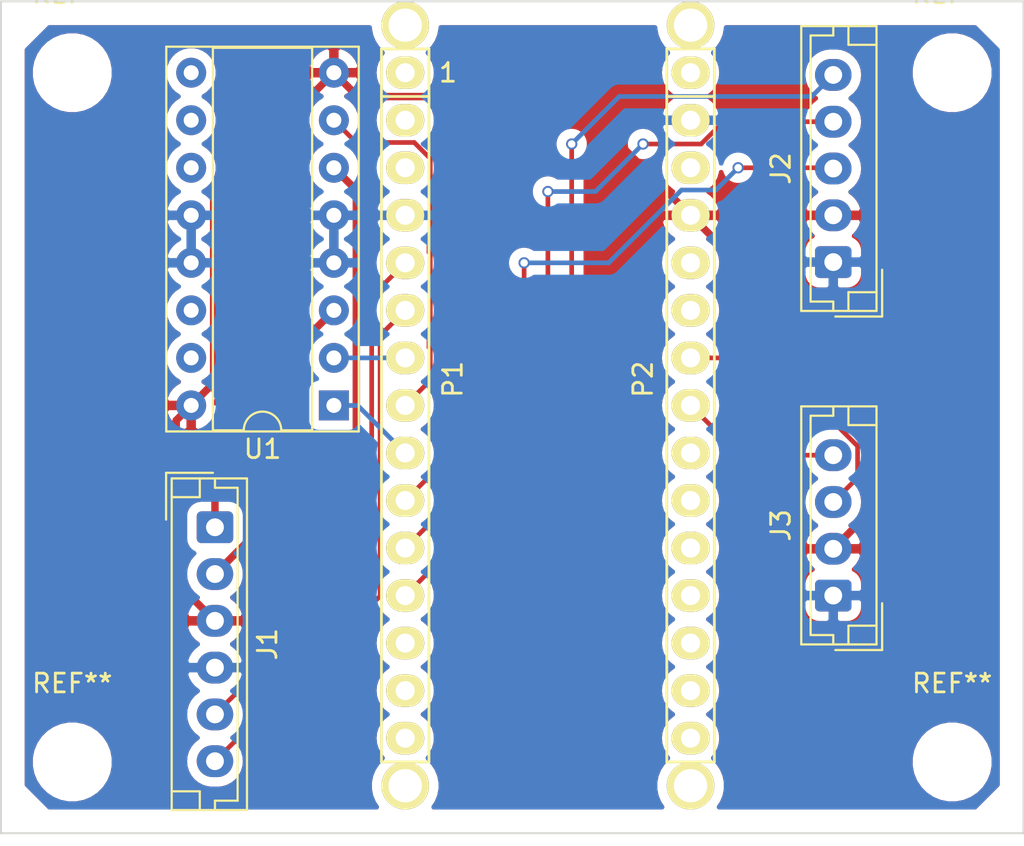
<source format=kicad_pcb>
(kicad_pcb (version 20171130) (host pcbnew "(5.1.6)-1")

  (general
    (thickness 1.6)
    (drawings 20)
    (tracks 71)
    (zones 0)
    (modules 14)
    (nets 40)
  )

  (page A4)
  (title_block
    (date "jeu. 02 avril 2015")
  )

  (layers
    (0 F.Cu signal)
    (31 B.Cu signal)
    (32 B.Adhes user)
    (33 F.Adhes user)
    (34 B.Paste user)
    (35 F.Paste user hide)
    (36 B.SilkS user)
    (37 F.SilkS user)
    (38 B.Mask user)
    (39 F.Mask user)
    (40 Dwgs.User user)
    (41 Cmts.User user)
    (42 Eco1.User user)
    (43 Eco2.User user)
    (44 Edge.Cuts user)
    (45 Margin user)
    (46 B.CrtYd user)
    (47 F.CrtYd user)
    (48 B.Fab user hide)
    (49 F.Fab user hide)
  )

  (setup
    (last_trace_width 0.25)
    (user_trace_width 0.4)
    (trace_clearance 0.2)
    (zone_clearance 0.508)
    (zone_45_only no)
    (trace_min 0.2)
    (via_size 0.6)
    (via_drill 0.4)
    (via_min_size 0.4)
    (via_min_drill 0.3)
    (uvia_size 0.3)
    (uvia_drill 0.1)
    (uvias_allowed no)
    (uvia_min_size 0.2)
    (uvia_min_drill 0.1)
    (edge_width 0.1)
    (segment_width 0.15)
    (pcb_text_width 0.3)
    (pcb_text_size 1.5 1.5)
    (mod_edge_width 0.15)
    (mod_text_size 1 1)
    (mod_text_width 0.15)
    (pad_size 1.5 1.5)
    (pad_drill 0.6)
    (pad_to_mask_clearance 0)
    (aux_axis_origin 117.856 111.887)
    (grid_origin 117.856 111.887)
    (visible_elements 7FFFB7DF)
    (pcbplotparams
      (layerselection 0x010f0_ffffffff)
      (usegerberextensions false)
      (usegerberattributes true)
      (usegerberadvancedattributes true)
      (creategerberjobfile true)
      (excludeedgelayer true)
      (linewidth 0.100000)
      (plotframeref false)
      (viasonmask false)
      (mode 1)
      (useauxorigin false)
      (hpglpennumber 1)
      (hpglpenspeed 20)
      (hpglpendiameter 15.000000)
      (psnegative false)
      (psa4output false)
      (plotreference true)
      (plotvalue true)
      (plotinvisibletext false)
      (padsonsilk false)
      (subtractmaskfromsilk false)
      (outputformat 1)
      (mirror false)
      (drillshape 0)
      (scaleselection 1)
      (outputdirectory "Gerber/"))
  )

  (net 0 "")
  (net 1 "/1(Tx)")
  (net 2 "/0(Rx)")
  (net 3 /Reset)
  (net 4 GND)
  (net 5 /2)
  (net 6 "/3(**)")
  (net 7 /4)
  (net 8 "/5(**)")
  (net 9 "/6(**)")
  (net 10 /7)
  (net 11 /8)
  (net 12 "/9(**)")
  (net 13 "/10(**/SS)")
  (net 14 /Vin)
  (net 15 +5V)
  (net 16 /A7)
  (net 17 /A6)
  (net 18 /A5)
  (net 19 /A4)
  (net 20 /A3)
  (net 21 /A2)
  (net 22 /A1)
  (net 23 /A0)
  (net 24 /AREF)
  (net 25 "/13(SCK)")
  (net 26 "Net-(P3-Pad1)")
  (net 27 "Net-(P4-Pad1)")
  (net 28 "Net-(P5-Pad1)")
  (net 29 "Net-(P6-Pad1)")
  (net 30 +3V3)
  (net 31 "/11(**/MOSI)")
  (net 32 "/12(MISO)")
  (net 33 "Net-(U1-Pad15)")
  (net 34 "Net-(U1-Pad14)")
  (net 35 "Net-(U1-Pad11)")
  (net 36 "Net-(U1-Pad10)")
  (net 37 "Net-(U1-Pad9)")
  (net 38 "Net-(J1-Pad2)")
  (net 39 "Net-(J1-Pad1)")

  (net_class Default "This is the default net class."
    (clearance 0.2)
    (trace_width 0.25)
    (via_dia 0.6)
    (via_drill 0.4)
    (uvia_dia 0.3)
    (uvia_drill 0.1)
    (add_net +3V3)
    (add_net "/0(Rx)")
    (add_net "/1(Tx)")
    (add_net "/10(**/SS)")
    (add_net "/11(**/MOSI)")
    (add_net "/12(MISO)")
    (add_net "/13(SCK)")
    (add_net /2)
    (add_net "/3(**)")
    (add_net /4)
    (add_net "/5(**)")
    (add_net "/6(**)")
    (add_net /7)
    (add_net /8)
    (add_net "/9(**)")
    (add_net /A0)
    (add_net /A1)
    (add_net /A2)
    (add_net /A3)
    (add_net /A4)
    (add_net /A5)
    (add_net /A6)
    (add_net /A7)
    (add_net /AREF)
    (add_net /Reset)
    (add_net /Vin)
    (add_net GND)
    (add_net "Net-(J1-Pad1)")
    (add_net "Net-(J1-Pad2)")
    (add_net "Net-(P3-Pad1)")
    (add_net "Net-(P4-Pad1)")
    (add_net "Net-(P5-Pad1)")
    (add_net "Net-(P6-Pad1)")
    (add_net "Net-(U1-Pad10)")
    (add_net "Net-(U1-Pad11)")
    (add_net "Net-(U1-Pad14)")
    (add_net "Net-(U1-Pad15)")
    (add_net "Net-(U1-Pad9)")
  )

  (net_class 5V ""
    (clearance 0.2)
    (trace_width 0.4)
    (via_dia 0.6)
    (via_drill 0.4)
    (uvia_dia 0.3)
    (uvia_drill 0.1)
    (add_net +5V)
  )

  (module MountingHole:MountingHole_3.2mm_M3 (layer F.Cu) (tedit 56D1B4CB) (tstamp 5F166102)
    (at 121.666 71.247)
    (descr "Mounting Hole 3.2mm, no annular, M3")
    (tags "mounting hole 3.2mm no annular m3")
    (attr virtual)
    (fp_text reference REF** (at 0 -4.2) (layer F.SilkS)
      (effects (font (size 1 1) (thickness 0.15)))
    )
    (fp_text value MountingHole_3.2mm_M3 (at 0 4.2) (layer F.Fab)
      (effects (font (size 1 1) (thickness 0.15)))
    )
    (fp_text user %R (at 0.3 0) (layer F.Fab)
      (effects (font (size 1 1) (thickness 0.15)))
    )
    (fp_circle (center 0 0) (end 3.2 0) (layer Cmts.User) (width 0.15))
    (fp_circle (center 0 0) (end 3.45 0) (layer F.CrtYd) (width 0.05))
    (pad 1 np_thru_hole circle (at 0 0) (size 3.2 3.2) (drill 3.2) (layers *.Cu *.Mask))
  )

  (module MountingHole:MountingHole_3.2mm_M3 (layer F.Cu) (tedit 56D1B4CB) (tstamp 5F1660E5)
    (at 121.666 108.077)
    (descr "Mounting Hole 3.2mm, no annular, M3")
    (tags "mounting hole 3.2mm no annular m3")
    (attr virtual)
    (fp_text reference REF** (at 0 -4.2) (layer F.SilkS)
      (effects (font (size 1 1) (thickness 0.15)))
    )
    (fp_text value MountingHole_3.2mm_M3 (at 0 4.2) (layer F.Fab)
      (effects (font (size 1 1) (thickness 0.15)))
    )
    (fp_text user %R (at 0.3 0) (layer F.Fab)
      (effects (font (size 1 1) (thickness 0.15)))
    )
    (fp_circle (center 0 0) (end 3.2 0) (layer Cmts.User) (width 0.15))
    (fp_circle (center 0 0) (end 3.45 0) (layer F.CrtYd) (width 0.05))
    (pad 1 np_thru_hole circle (at 0 0) (size 3.2 3.2) (drill 3.2) (layers *.Cu *.Mask))
  )

  (module MountingHole:MountingHole_3.2mm_M3 (layer F.Cu) (tedit 56D1B4CB) (tstamp 5F1660BF)
    (at 168.656 71.247)
    (descr "Mounting Hole 3.2mm, no annular, M3")
    (tags "mounting hole 3.2mm no annular m3")
    (attr virtual)
    (fp_text reference REF** (at 0 -4.2) (layer F.SilkS)
      (effects (font (size 1 1) (thickness 0.15)))
    )
    (fp_text value MountingHole_3.2mm_M3 (at 0 4.2) (layer F.Fab)
      (effects (font (size 1 1) (thickness 0.15)))
    )
    (fp_text user %R (at 0.3 0) (layer F.Fab)
      (effects (font (size 1 1) (thickness 0.15)))
    )
    (fp_circle (center 0 0) (end 3.2 0) (layer Cmts.User) (width 0.15))
    (fp_circle (center 0 0) (end 3.45 0) (layer F.CrtYd) (width 0.05))
    (pad 1 np_thru_hole circle (at 0 0) (size 3.2 3.2) (drill 3.2) (layers *.Cu *.Mask))
  )

  (module MountingHole:MountingHole_3.2mm_M3 (layer F.Cu) (tedit 56D1B4CB) (tstamp 5F165FC4)
    (at 168.656 108.077)
    (descr "Mounting Hole 3.2mm, no annular, M3")
    (tags "mounting hole 3.2mm no annular m3")
    (attr virtual)
    (fp_text reference REF** (at 0 -4.2) (layer F.SilkS)
      (effects (font (size 1 1) (thickness 0.15)))
    )
    (fp_text value MountingHole_3.2mm_M3 (at 0 4.2) (layer F.Fab)
      (effects (font (size 1 1) (thickness 0.15)))
    )
    (fp_text user %R (at 0.3 0) (layer F.Fab)
      (effects (font (size 1 1) (thickness 0.15)))
    )
    (fp_circle (center 0 0) (end 3.2 0) (layer Cmts.User) (width 0.15))
    (fp_circle (center 0 0) (end 3.45 0) (layer F.CrtYd) (width 0.05))
    (pad 1 np_thru_hole circle (at 0 0) (size 3.2 3.2) (drill 3.2) (layers *.Cu *.Mask))
  )

  (module Package_DIP:DIP-16_W7.62mm_Socket (layer F.Cu) (tedit 5A02E8C5) (tstamp 5F1572BE)
    (at 135.636 89.027 180)
    (descr "16-lead though-hole mounted DIP package, row spacing 7.62 mm (300 mils), Socket")
    (tags "THT DIP DIL PDIP 2.54mm 7.62mm 300mil Socket")
    (path /5F161EDC)
    (fp_text reference U1 (at 3.81 -2.33) (layer F.SilkS)
      (effects (font (size 1 1) (thickness 0.15)))
    )
    (fp_text value L293D (at 3.81 20.11) (layer F.Fab)
      (effects (font (size 1 1) (thickness 0.15)))
    )
    (fp_text user %R (at 3.81 8.89) (layer F.Fab)
      (effects (font (size 1 1) (thickness 0.15)))
    )
    (fp_arc (start 3.81 -1.33) (end 2.81 -1.33) (angle -180) (layer F.SilkS) (width 0.12))
    (fp_line (start 1.635 -1.27) (end 6.985 -1.27) (layer F.Fab) (width 0.1))
    (fp_line (start 6.985 -1.27) (end 6.985 19.05) (layer F.Fab) (width 0.1))
    (fp_line (start 6.985 19.05) (end 0.635 19.05) (layer F.Fab) (width 0.1))
    (fp_line (start 0.635 19.05) (end 0.635 -0.27) (layer F.Fab) (width 0.1))
    (fp_line (start 0.635 -0.27) (end 1.635 -1.27) (layer F.Fab) (width 0.1))
    (fp_line (start -1.27 -1.33) (end -1.27 19.11) (layer F.Fab) (width 0.1))
    (fp_line (start -1.27 19.11) (end 8.89 19.11) (layer F.Fab) (width 0.1))
    (fp_line (start 8.89 19.11) (end 8.89 -1.33) (layer F.Fab) (width 0.1))
    (fp_line (start 8.89 -1.33) (end -1.27 -1.33) (layer F.Fab) (width 0.1))
    (fp_line (start 2.81 -1.33) (end 1.16 -1.33) (layer F.SilkS) (width 0.12))
    (fp_line (start 1.16 -1.33) (end 1.16 19.11) (layer F.SilkS) (width 0.12))
    (fp_line (start 1.16 19.11) (end 6.46 19.11) (layer F.SilkS) (width 0.12))
    (fp_line (start 6.46 19.11) (end 6.46 -1.33) (layer F.SilkS) (width 0.12))
    (fp_line (start 6.46 -1.33) (end 4.81 -1.33) (layer F.SilkS) (width 0.12))
    (fp_line (start -1.33 -1.39) (end -1.33 19.17) (layer F.SilkS) (width 0.12))
    (fp_line (start -1.33 19.17) (end 8.95 19.17) (layer F.SilkS) (width 0.12))
    (fp_line (start 8.95 19.17) (end 8.95 -1.39) (layer F.SilkS) (width 0.12))
    (fp_line (start 8.95 -1.39) (end -1.33 -1.39) (layer F.SilkS) (width 0.12))
    (fp_line (start -1.55 -1.6) (end -1.55 19.4) (layer F.CrtYd) (width 0.05))
    (fp_line (start -1.55 19.4) (end 9.15 19.4) (layer F.CrtYd) (width 0.05))
    (fp_line (start 9.15 19.4) (end 9.15 -1.6) (layer F.CrtYd) (width 0.05))
    (fp_line (start 9.15 -1.6) (end -1.55 -1.6) (layer F.CrtYd) (width 0.05))
    (pad 16 thru_hole oval (at 7.62 0 180) (size 1.6 1.6) (drill 0.8) (layers *.Cu *.Mask)
      (net 15 +5V))
    (pad 8 thru_hole oval (at 0 17.78 180) (size 1.6 1.6) (drill 0.8) (layers *.Cu *.Mask)
      (net 15 +5V))
    (pad 15 thru_hole oval (at 7.62 2.54 180) (size 1.6 1.6) (drill 0.8) (layers *.Cu *.Mask)
      (net 33 "Net-(U1-Pad15)"))
    (pad 7 thru_hole oval (at 0 15.24 180) (size 1.6 1.6) (drill 0.8) (layers *.Cu *.Mask)
      (net 8 "/5(**)"))
    (pad 14 thru_hole oval (at 7.62 5.08 180) (size 1.6 1.6) (drill 0.8) (layers *.Cu *.Mask)
      (net 34 "Net-(U1-Pad14)"))
    (pad 6 thru_hole oval (at 0 12.7 180) (size 1.6 1.6) (drill 0.8) (layers *.Cu *.Mask)
      (net 38 "Net-(J1-Pad2)"))
    (pad 13 thru_hole oval (at 7.62 7.62 180) (size 1.6 1.6) (drill 0.8) (layers *.Cu *.Mask)
      (net 4 GND))
    (pad 5 thru_hole oval (at 0 10.16 180) (size 1.6 1.6) (drill 0.8) (layers *.Cu *.Mask)
      (net 4 GND))
    (pad 12 thru_hole oval (at 7.62 10.16 180) (size 1.6 1.6) (drill 0.8) (layers *.Cu *.Mask)
      (net 4 GND))
    (pad 4 thru_hole oval (at 0 7.62 180) (size 1.6 1.6) (drill 0.8) (layers *.Cu *.Mask)
      (net 4 GND))
    (pad 11 thru_hole oval (at 7.62 12.7 180) (size 1.6 1.6) (drill 0.8) (layers *.Cu *.Mask)
      (net 35 "Net-(U1-Pad11)"))
    (pad 3 thru_hole oval (at 0 5.08 180) (size 1.6 1.6) (drill 0.8) (layers *.Cu *.Mask)
      (net 39 "Net-(J1-Pad1)"))
    (pad 10 thru_hole oval (at 7.62 15.24 180) (size 1.6 1.6) (drill 0.8) (layers *.Cu *.Mask)
      (net 36 "Net-(U1-Pad10)"))
    (pad 2 thru_hole oval (at 0 2.54 180) (size 1.6 1.6) (drill 0.8) (layers *.Cu *.Mask)
      (net 7 /4))
    (pad 9 thru_hole oval (at 7.62 17.78 180) (size 1.6 1.6) (drill 0.8) (layers *.Cu *.Mask)
      (net 37 "Net-(U1-Pad9)"))
    (pad 1 thru_hole rect (at 0 0 180) (size 1.6 1.6) (drill 0.8) (layers *.Cu *.Mask)
      (net 9 "/6(**)"))
    (model ${KISYS3DMOD}/Package_DIP.3dshapes/DIP-16_W7.62mm_Socket.wrl
      (at (xyz 0 0 0))
      (scale (xyz 1 1 1))
      (rotate (xyz 0 0 0))
    )
  )

  (module Connector_JST:JST_EH_B4B-EH-A_1x04_P2.50mm_Vertical (layer F.Cu) (tedit 5C28142C) (tstamp 5F15ECD2)
    (at 162.306 99.187 90)
    (descr "JST EH series connector, B4B-EH-A (http://www.jst-mfg.com/product/pdf/eng/eEH.pdf), generated with kicad-footprint-generator")
    (tags "connector JST EH vertical")
    (path /5F19E956)
    (fp_text reference J3 (at 3.75 -2.8 90) (layer F.SilkS)
      (effects (font (size 1 1) (thickness 0.15)))
    )
    (fp_text value "OLED Conn." (at 3.75 3.4 90) (layer F.Fab)
      (effects (font (size 1 1) (thickness 0.15)))
    )
    (fp_line (start -2.91 2.61) (end -0.41 2.61) (layer F.Fab) (width 0.1))
    (fp_line (start -2.91 0.11) (end -2.91 2.61) (layer F.Fab) (width 0.1))
    (fp_line (start -2.91 2.61) (end -0.41 2.61) (layer F.SilkS) (width 0.12))
    (fp_line (start -2.91 0.11) (end -2.91 2.61) (layer F.SilkS) (width 0.12))
    (fp_line (start 9.11 0.81) (end 9.11 2.31) (layer F.SilkS) (width 0.12))
    (fp_line (start 10.11 0.81) (end 9.11 0.81) (layer F.SilkS) (width 0.12))
    (fp_line (start -1.61 0.81) (end -1.61 2.31) (layer F.SilkS) (width 0.12))
    (fp_line (start -2.61 0.81) (end -1.61 0.81) (layer F.SilkS) (width 0.12))
    (fp_line (start 9.61 0) (end 10.11 0) (layer F.SilkS) (width 0.12))
    (fp_line (start 9.61 -1.21) (end 9.61 0) (layer F.SilkS) (width 0.12))
    (fp_line (start -2.11 -1.21) (end 9.61 -1.21) (layer F.SilkS) (width 0.12))
    (fp_line (start -2.11 0) (end -2.11 -1.21) (layer F.SilkS) (width 0.12))
    (fp_line (start -2.61 0) (end -2.11 0) (layer F.SilkS) (width 0.12))
    (fp_line (start 10.11 -1.71) (end -2.61 -1.71) (layer F.SilkS) (width 0.12))
    (fp_line (start 10.11 2.31) (end 10.11 -1.71) (layer F.SilkS) (width 0.12))
    (fp_line (start -2.61 2.31) (end 10.11 2.31) (layer F.SilkS) (width 0.12))
    (fp_line (start -2.61 -1.71) (end -2.61 2.31) (layer F.SilkS) (width 0.12))
    (fp_line (start 10.5 -2.1) (end -3 -2.1) (layer F.CrtYd) (width 0.05))
    (fp_line (start 10.5 2.7) (end 10.5 -2.1) (layer F.CrtYd) (width 0.05))
    (fp_line (start -3 2.7) (end 10.5 2.7) (layer F.CrtYd) (width 0.05))
    (fp_line (start -3 -2.1) (end -3 2.7) (layer F.CrtYd) (width 0.05))
    (fp_line (start 10 -1.6) (end -2.5 -1.6) (layer F.Fab) (width 0.1))
    (fp_line (start 10 2.2) (end 10 -1.6) (layer F.Fab) (width 0.1))
    (fp_line (start -2.5 2.2) (end 10 2.2) (layer F.Fab) (width 0.1))
    (fp_line (start -2.5 -1.6) (end -2.5 2.2) (layer F.Fab) (width 0.1))
    (fp_text user %R (at 3.75 1.5 90) (layer F.Fab)
      (effects (font (size 1 1) (thickness 0.15)))
    )
    (pad 4 thru_hole oval (at 7.5 0 90) (size 1.7 1.95) (drill 0.95) (layers *.Cu *.Mask)
      (net 19 /A4))
    (pad 3 thru_hole oval (at 5 0 90) (size 1.7 1.95) (drill 0.95) (layers *.Cu *.Mask)
      (net 18 /A5))
    (pad 2 thru_hole oval (at 2.5 0 90) (size 1.7 1.95) (drill 0.95) (layers *.Cu *.Mask)
      (net 15 +5V))
    (pad 1 thru_hole roundrect (at 0 0 90) (size 1.7 1.95) (drill 0.95) (layers *.Cu *.Mask) (roundrect_rratio 0.147059)
      (net 4 GND))
    (model ${KISYS3DMOD}/Connector_JST.3dshapes/JST_EH_B4B-EH-A_1x04_P2.50mm_Vertical.wrl
      (at (xyz 0 0 0))
      (scale (xyz 1 1 1))
      (rotate (xyz 0 0 0))
    )
  )

  (module Connector_JST:JST_EH_B6B-EH-A_1x06_P2.50mm_Vertical (layer F.Cu) (tedit 5C28142C) (tstamp 5F1589BA)
    (at 129.286 95.537 270)
    (descr "JST EH series connector, B6B-EH-A (http://www.jst-mfg.com/product/pdf/eng/eEH.pdf), generated with kicad-footprint-generator")
    (tags "connector JST EH vertical")
    (path /5F19E323)
    (fp_text reference J1 (at 6.25 -2.8 90) (layer F.SilkS)
      (effects (font (size 1 1) (thickness 0.15)))
    )
    (fp_text value "Motor Conn." (at 6.25 3.4 90) (layer F.Fab)
      (effects (font (size 1 1) (thickness 0.15)))
    )
    (fp_line (start -2.91 2.61) (end -0.41 2.61) (layer F.Fab) (width 0.1))
    (fp_line (start -2.91 0.11) (end -2.91 2.61) (layer F.Fab) (width 0.1))
    (fp_line (start -2.91 2.61) (end -0.41 2.61) (layer F.SilkS) (width 0.12))
    (fp_line (start -2.91 0.11) (end -2.91 2.61) (layer F.SilkS) (width 0.12))
    (fp_line (start 14.11 0.81) (end 14.11 2.31) (layer F.SilkS) (width 0.12))
    (fp_line (start 15.11 0.81) (end 14.11 0.81) (layer F.SilkS) (width 0.12))
    (fp_line (start -1.61 0.81) (end -1.61 2.31) (layer F.SilkS) (width 0.12))
    (fp_line (start -2.61 0.81) (end -1.61 0.81) (layer F.SilkS) (width 0.12))
    (fp_line (start 14.61 0) (end 15.11 0) (layer F.SilkS) (width 0.12))
    (fp_line (start 14.61 -1.21) (end 14.61 0) (layer F.SilkS) (width 0.12))
    (fp_line (start -2.11 -1.21) (end 14.61 -1.21) (layer F.SilkS) (width 0.12))
    (fp_line (start -2.11 0) (end -2.11 -1.21) (layer F.SilkS) (width 0.12))
    (fp_line (start -2.61 0) (end -2.11 0) (layer F.SilkS) (width 0.12))
    (fp_line (start 15.11 -1.71) (end -2.61 -1.71) (layer F.SilkS) (width 0.12))
    (fp_line (start 15.11 2.31) (end 15.11 -1.71) (layer F.SilkS) (width 0.12))
    (fp_line (start -2.61 2.31) (end 15.11 2.31) (layer F.SilkS) (width 0.12))
    (fp_line (start -2.61 -1.71) (end -2.61 2.31) (layer F.SilkS) (width 0.12))
    (fp_line (start 15.5 -2.1) (end -3 -2.1) (layer F.CrtYd) (width 0.05))
    (fp_line (start 15.5 2.7) (end 15.5 -2.1) (layer F.CrtYd) (width 0.05))
    (fp_line (start -3 2.7) (end 15.5 2.7) (layer F.CrtYd) (width 0.05))
    (fp_line (start -3 -2.1) (end -3 2.7) (layer F.CrtYd) (width 0.05))
    (fp_line (start 15 -1.6) (end -2.5 -1.6) (layer F.Fab) (width 0.1))
    (fp_line (start 15 2.2) (end 15 -1.6) (layer F.Fab) (width 0.1))
    (fp_line (start -2.5 2.2) (end 15 2.2) (layer F.Fab) (width 0.1))
    (fp_line (start -2.5 -1.6) (end -2.5 2.2) (layer F.Fab) (width 0.1))
    (fp_text user %R (at 6.25 1.5 90) (layer F.Fab)
      (effects (font (size 1 1) (thickness 0.15)))
    )
    (pad 6 thru_hole oval (at 12.5 0 270) (size 1.7 1.95) (drill 0.95) (layers *.Cu *.Mask)
      (net 6 "/3(**)"))
    (pad 5 thru_hole oval (at 10 0 270) (size 1.7 1.95) (drill 0.95) (layers *.Cu *.Mask)
      (net 5 /2))
    (pad 4 thru_hole oval (at 7.5 0 270) (size 1.7 1.95) (drill 0.95) (layers *.Cu *.Mask)
      (net 4 GND))
    (pad 3 thru_hole oval (at 5 0 270) (size 1.7 1.95) (drill 0.95) (layers *.Cu *.Mask)
      (net 15 +5V))
    (pad 2 thru_hole oval (at 2.5 0 270) (size 1.7 1.95) (drill 0.95) (layers *.Cu *.Mask)
      (net 38 "Net-(J1-Pad2)"))
    (pad 1 thru_hole roundrect (at 0 0 270) (size 1.7 1.95) (drill 0.95) (layers *.Cu *.Mask) (roundrect_rratio 0.147059)
      (net 39 "Net-(J1-Pad1)"))
    (model ${KISYS3DMOD}/Connector_JST.3dshapes/JST_EH_B6B-EH-A_1x06_P2.50mm_Vertical.wrl
      (at (xyz 0 0 0))
      (scale (xyz 1 1 1))
      (rotate (xyz 0 0 0))
    )
  )

  (module Connector_JST:JST_EH_B5B-EH-A_1x05_P2.50mm_Vertical (layer F.Cu) (tedit 5C28142C) (tstamp 5F1589DD)
    (at 162.306 81.367 90)
    (descr "JST EH series connector, B5B-EH-A (http://www.jst-mfg.com/product/pdf/eng/eEH.pdf), generated with kicad-footprint-generator")
    (tags "connector JST EH vertical")
    (path /5F19D80D)
    (fp_text reference J2 (at 5 -2.8 90) (layer F.SilkS)
      (effects (font (size 1 1) (thickness 0.15)))
    )
    (fp_text value "Encoder Conn." (at 5 3.4 90) (layer F.Fab)
      (effects (font (size 1 1) (thickness 0.15)))
    )
    (fp_line (start -2.91 2.61) (end -0.41 2.61) (layer F.Fab) (width 0.1))
    (fp_line (start -2.91 0.11) (end -2.91 2.61) (layer F.Fab) (width 0.1))
    (fp_line (start -2.91 2.61) (end -0.41 2.61) (layer F.SilkS) (width 0.12))
    (fp_line (start -2.91 0.11) (end -2.91 2.61) (layer F.SilkS) (width 0.12))
    (fp_line (start 11.61 0.81) (end 11.61 2.31) (layer F.SilkS) (width 0.12))
    (fp_line (start 12.61 0.81) (end 11.61 0.81) (layer F.SilkS) (width 0.12))
    (fp_line (start -1.61 0.81) (end -1.61 2.31) (layer F.SilkS) (width 0.12))
    (fp_line (start -2.61 0.81) (end -1.61 0.81) (layer F.SilkS) (width 0.12))
    (fp_line (start 12.11 0) (end 12.61 0) (layer F.SilkS) (width 0.12))
    (fp_line (start 12.11 -1.21) (end 12.11 0) (layer F.SilkS) (width 0.12))
    (fp_line (start -2.11 -1.21) (end 12.11 -1.21) (layer F.SilkS) (width 0.12))
    (fp_line (start -2.11 0) (end -2.11 -1.21) (layer F.SilkS) (width 0.12))
    (fp_line (start -2.61 0) (end -2.11 0) (layer F.SilkS) (width 0.12))
    (fp_line (start 12.61 -1.71) (end -2.61 -1.71) (layer F.SilkS) (width 0.12))
    (fp_line (start 12.61 2.31) (end 12.61 -1.71) (layer F.SilkS) (width 0.12))
    (fp_line (start -2.61 2.31) (end 12.61 2.31) (layer F.SilkS) (width 0.12))
    (fp_line (start -2.61 -1.71) (end -2.61 2.31) (layer F.SilkS) (width 0.12))
    (fp_line (start 13 -2.1) (end -3 -2.1) (layer F.CrtYd) (width 0.05))
    (fp_line (start 13 2.7) (end 13 -2.1) (layer F.CrtYd) (width 0.05))
    (fp_line (start -3 2.7) (end 13 2.7) (layer F.CrtYd) (width 0.05))
    (fp_line (start -3 -2.1) (end -3 2.7) (layer F.CrtYd) (width 0.05))
    (fp_line (start 12.5 -1.6) (end -2.5 -1.6) (layer F.Fab) (width 0.1))
    (fp_line (start 12.5 2.2) (end 12.5 -1.6) (layer F.Fab) (width 0.1))
    (fp_line (start -2.5 2.2) (end 12.5 2.2) (layer F.Fab) (width 0.1))
    (fp_line (start -2.5 -1.6) (end -2.5 2.2) (layer F.Fab) (width 0.1))
    (fp_text user %R (at 5 1.5 90) (layer F.Fab)
      (effects (font (size 1 1) (thickness 0.15)))
    )
    (pad 5 thru_hole oval (at 10 0 90) (size 1.7 1.95) (drill 0.95) (layers *.Cu *.Mask)
      (net 12 "/9(**)"))
    (pad 4 thru_hole oval (at 7.5 0 90) (size 1.7 1.95) (drill 0.95) (layers *.Cu *.Mask)
      (net 11 /8))
    (pad 3 thru_hole oval (at 5 0 90) (size 1.7 1.95) (drill 0.95) (layers *.Cu *.Mask)
      (net 10 /7))
    (pad 2 thru_hole oval (at 2.5 0 90) (size 1.7 1.95) (drill 0.95) (layers *.Cu *.Mask)
      (net 15 +5V))
    (pad 1 thru_hole roundrect (at 0 0 90) (size 1.7 1.95) (drill 0.95) (layers *.Cu *.Mask) (roundrect_rratio 0.147059)
      (net 4 GND))
    (model ${KISYS3DMOD}/Connector_JST.3dshapes/JST_EH_B5B-EH-A_1x05_P2.50mm_Vertical.wrl
      (at (xyz 0 0 0))
      (scale (xyz 1 1 1))
      (rotate (xyz 0 0 0))
    )
  )

  (module Socket_Arduino_Nano:Socket_Strip_Arduino_1x15 locked (layer F.Cu) (tedit 552169C6) (tstamp 551FC9D0)
    (at 139.446 71.247 270)
    (descr "Through hole socket strip")
    (tags "socket strip")
    (path /56D73FAC)
    (fp_text reference P1 (at 16.383 -2.54 270) (layer F.SilkS)
      (effects (font (size 1 1) (thickness 0.15)))
    )
    (fp_text value Digital (at 20.193 -2.54 270) (layer F.Fab)
      (effects (font (size 1 1) (thickness 0.15)))
    )
    (fp_line (start 1.27 -1.27) (end -1.27 -1.27) (layer F.SilkS) (width 0.15))
    (fp_line (start -1.27 -1.27) (end -1.27 1.27) (layer F.SilkS) (width 0.15))
    (fp_line (start -1.27 1.27) (end 1.27 1.27) (layer F.SilkS) (width 0.15))
    (fp_line (start -1.75 -1.75) (end -1.75 1.75) (layer F.CrtYd) (width 0.05))
    (fp_line (start 37.35 -1.75) (end 37.35 1.75) (layer F.CrtYd) (width 0.05))
    (fp_line (start -1.75 -1.75) (end 37.35 -1.75) (layer F.CrtYd) (width 0.05))
    (fp_line (start -1.75 1.75) (end 37.35 1.75) (layer F.CrtYd) (width 0.05))
    (fp_line (start 1.27 -1.27) (end 36.83 -1.27) (layer F.SilkS) (width 0.15))
    (fp_line (start 36.83 -1.27) (end 36.83 1.27) (layer F.SilkS) (width 0.15))
    (fp_line (start 36.83 1.27) (end 1.27 1.27) (layer F.SilkS) (width 0.15))
    (fp_line (start 1.27 1.27) (end 1.27 -1.27) (layer F.SilkS) (width 0.15))
    (pad 1 thru_hole oval (at 0 0 270) (size 1.7272 2.032) (drill 1.016) (layers *.Cu *.Mask F.SilkS)
      (net 1 "/1(Tx)"))
    (pad 2 thru_hole oval (at 2.54 0 270) (size 1.7272 2.032) (drill 1.016) (layers *.Cu *.Mask F.SilkS)
      (net 2 "/0(Rx)"))
    (pad 3 thru_hole oval (at 5.08 0 270) (size 1.7272 2.032) (drill 1.016) (layers *.Cu *.Mask F.SilkS)
      (net 3 /Reset))
    (pad 4 thru_hole oval (at 7.62 0 270) (size 1.7272 2.032) (drill 1.016) (layers *.Cu *.Mask F.SilkS)
      (net 4 GND))
    (pad 5 thru_hole oval (at 10.16 0 270) (size 1.7272 2.032) (drill 1.016) (layers *.Cu *.Mask F.SilkS)
      (net 5 /2))
    (pad 6 thru_hole oval (at 12.7 0 270) (size 1.7272 2.032) (drill 1.016) (layers *.Cu *.Mask F.SilkS)
      (net 6 "/3(**)"))
    (pad 7 thru_hole oval (at 15.24 0 270) (size 1.7272 2.032) (drill 1.016) (layers *.Cu *.Mask F.SilkS)
      (net 7 /4))
    (pad 8 thru_hole oval (at 17.78 0 270) (size 1.7272 2.032) (drill 1.016) (layers *.Cu *.Mask F.SilkS)
      (net 8 "/5(**)"))
    (pad 9 thru_hole oval (at 20.32 0 270) (size 1.7272 2.032) (drill 1.016) (layers *.Cu *.Mask F.SilkS)
      (net 9 "/6(**)"))
    (pad 10 thru_hole oval (at 22.86 0 270) (size 1.7272 2.032) (drill 1.016) (layers *.Cu *.Mask F.SilkS)
      (net 10 /7))
    (pad 11 thru_hole oval (at 25.4 0 270) (size 1.7272 2.032) (drill 1.016) (layers *.Cu *.Mask F.SilkS)
      (net 11 /8))
    (pad 12 thru_hole oval (at 27.94 0 270) (size 1.7272 2.032) (drill 1.016) (layers *.Cu *.Mask F.SilkS)
      (net 12 "/9(**)"))
    (pad 13 thru_hole oval (at 30.48 0 270) (size 1.7272 2.032) (drill 1.016) (layers *.Cu *.Mask F.SilkS)
      (net 13 "/10(**/SS)"))
    (pad 14 thru_hole oval (at 33.02 0 270) (size 1.7272 2.032) (drill 1.016) (layers *.Cu *.Mask F.SilkS)
      (net 31 "/11(**/MOSI)"))
    (pad 15 thru_hole oval (at 35.56 0 270) (size 1.7272 2.032) (drill 1.016) (layers *.Cu *.Mask F.SilkS)
      (net 32 "/12(MISO)"))
    (model ${KIPRJMOD}/Socket_Arduino_Nano.3dshapes/Socket_header_Arduino_1x15.wrl
      (offset (xyz 17.77999973297119 0 0))
      (scale (xyz 1 1 1))
      (rotate (xyz 0 0 180))
    )
  )

  (module Socket_Arduino_Nano:Socket_Strip_Arduino_1x15 locked (layer F.Cu) (tedit 552169D3) (tstamp 551FC9EE)
    (at 154.686 71.247 270)
    (descr "Through hole socket strip")
    (tags "socket strip")
    (path /56D740C7)
    (fp_text reference P2 (at 16.383 2.54 270) (layer F.SilkS)
      (effects (font (size 1 1) (thickness 0.15)))
    )
    (fp_text value Analog (at 20.193 2.54 270) (layer F.Fab)
      (effects (font (size 1 1) (thickness 0.15)))
    )
    (fp_line (start 1.27 -1.27) (end -1.27 -1.27) (layer F.SilkS) (width 0.15))
    (fp_line (start -1.27 -1.27) (end -1.27 1.27) (layer F.SilkS) (width 0.15))
    (fp_line (start -1.27 1.27) (end 1.27 1.27) (layer F.SilkS) (width 0.15))
    (fp_line (start -1.75 -1.75) (end -1.75 1.75) (layer F.CrtYd) (width 0.05))
    (fp_line (start 37.35 -1.75) (end 37.35 1.75) (layer F.CrtYd) (width 0.05))
    (fp_line (start -1.75 -1.75) (end 37.35 -1.75) (layer F.CrtYd) (width 0.05))
    (fp_line (start -1.75 1.75) (end 37.35 1.75) (layer F.CrtYd) (width 0.05))
    (fp_line (start 1.27 -1.27) (end 36.83 -1.27) (layer F.SilkS) (width 0.15))
    (fp_line (start 36.83 -1.27) (end 36.83 1.27) (layer F.SilkS) (width 0.15))
    (fp_line (start 36.83 1.27) (end 1.27 1.27) (layer F.SilkS) (width 0.15))
    (fp_line (start 1.27 1.27) (end 1.27 -1.27) (layer F.SilkS) (width 0.15))
    (pad 1 thru_hole oval (at 0 0 270) (size 1.7272 2.032) (drill 1.016) (layers *.Cu *.Mask F.SilkS)
      (net 14 /Vin))
    (pad 2 thru_hole oval (at 2.54 0 270) (size 1.7272 2.032) (drill 1.016) (layers *.Cu *.Mask F.SilkS)
      (net 4 GND))
    (pad 3 thru_hole oval (at 5.08 0 270) (size 1.7272 2.032) (drill 1.016) (layers *.Cu *.Mask F.SilkS)
      (net 3 /Reset))
    (pad 4 thru_hole oval (at 7.62 0 270) (size 1.7272 2.032) (drill 1.016) (layers *.Cu *.Mask F.SilkS)
      (net 15 +5V))
    (pad 5 thru_hole oval (at 10.16 0 270) (size 1.7272 2.032) (drill 1.016) (layers *.Cu *.Mask F.SilkS)
      (net 16 /A7))
    (pad 6 thru_hole oval (at 12.7 0 270) (size 1.7272 2.032) (drill 1.016) (layers *.Cu *.Mask F.SilkS)
      (net 17 /A6))
    (pad 7 thru_hole oval (at 15.24 0 270) (size 1.7272 2.032) (drill 1.016) (layers *.Cu *.Mask F.SilkS)
      (net 18 /A5))
    (pad 8 thru_hole oval (at 17.78 0 270) (size 1.7272 2.032) (drill 1.016) (layers *.Cu *.Mask F.SilkS)
      (net 19 /A4))
    (pad 9 thru_hole oval (at 20.32 0 270) (size 1.7272 2.032) (drill 1.016) (layers *.Cu *.Mask F.SilkS)
      (net 20 /A3))
    (pad 10 thru_hole oval (at 22.86 0 270) (size 1.7272 2.032) (drill 1.016) (layers *.Cu *.Mask F.SilkS)
      (net 21 /A2))
    (pad 11 thru_hole oval (at 25.4 0 270) (size 1.7272 2.032) (drill 1.016) (layers *.Cu *.Mask F.SilkS)
      (net 22 /A1))
    (pad 12 thru_hole oval (at 27.94 0 270) (size 1.7272 2.032) (drill 1.016) (layers *.Cu *.Mask F.SilkS)
      (net 23 /A0))
    (pad 13 thru_hole oval (at 30.48 0 270) (size 1.7272 2.032) (drill 1.016) (layers *.Cu *.Mask F.SilkS)
      (net 24 /AREF))
    (pad 14 thru_hole oval (at 33.02 0 270) (size 1.7272 2.032) (drill 1.016) (layers *.Cu *.Mask F.SilkS)
      (net 30 +3V3))
    (pad 15 thru_hole oval (at 35.56 0 270) (size 1.7272 2.032) (drill 1.016) (layers *.Cu *.Mask F.SilkS)
      (net 25 "/13(SCK)"))
    (model ${KIPRJMOD}/Socket_Arduino_Nano.3dshapes/Socket_header_Arduino_1x15.wrl
      (offset (xyz 17.77999973297119 0 0))
      (scale (xyz 1 1 1))
      (rotate (xyz 0 0 180))
    )
  )

  (module Socket_Arduino_Nano:1pin_Nano locked (layer F.Cu) (tedit 5521156E) (tstamp 55211553)
    (at 139.446 68.707)
    (descr "module 1 pin (ou trou mecanique de percage)")
    (tags DEV)
    (path /56D73ADD)
    (fp_text reference P3 (at 0 -2.032) (layer F.SilkS) hide
      (effects (font (size 1 1) (thickness 0.15)))
    )
    (fp_text value CONN_01X01 (at 0 2.032) (layer F.Fab) hide
      (effects (font (size 1 1) (thickness 0.15)))
    )
    (pad 1 thru_hole circle (at 0 0) (size 2.54 2.54) (drill 1.778) (layers *.Cu *.Mask F.SilkS)
      (net 26 "Net-(P3-Pad1)"))
  )

  (module Socket_Arduino_Nano:1pin_Nano locked (layer F.Cu) (tedit 55211594) (tstamp 55211558)
    (at 139.446 109.347)
    (descr "module 1 pin (ou trou mecanique de percage)")
    (tags DEV)
    (path /56D73D86)
    (fp_text reference P4 (at 0 -2.032) (layer F.SilkS) hide
      (effects (font (size 1 1) (thickness 0.15)))
    )
    (fp_text value CONN_01X01 (at 0 2.032) (layer F.Fab) hide
      (effects (font (size 1 1) (thickness 0.15)))
    )
    (pad 1 thru_hole circle (at 0 0) (size 2.54 2.54) (drill 1.778) (layers *.Cu *.Mask F.SilkS)
      (net 27 "Net-(P4-Pad1)"))
  )

  (module Socket_Arduino_Nano:1pin_Nano locked (layer F.Cu) (tedit 552115A5) (tstamp 5521155D)
    (at 154.686 109.347)
    (descr "module 1 pin (ou trou mecanique de percage)")
    (tags DEV)
    (path /56D73DAE)
    (fp_text reference P5 (at 0 -2.032) (layer F.SilkS) hide
      (effects (font (size 1 1) (thickness 0.15)))
    )
    (fp_text value CONN_01X01 (at 0 2.032) (layer F.Fab) hide
      (effects (font (size 1 1) (thickness 0.15)))
    )
    (pad 1 thru_hole circle (at 0 0) (size 2.54 2.54) (drill 1.778) (layers *.Cu *.Mask F.SilkS)
      (net 28 "Net-(P5-Pad1)"))
  )

  (module Socket_Arduino_Nano:1pin_Nano locked (layer F.Cu) (tedit 552115BD) (tstamp 55211562)
    (at 154.686 68.707)
    (descr "module 1 pin (ou trou mecanique de percage)")
    (tags DEV)
    (path /56D73DD9)
    (fp_text reference P6 (at 0 -2.032) (layer F.SilkS) hide
      (effects (font (size 1 1) (thickness 0.15)))
    )
    (fp_text value CONN_01X01 (at 0 2.032) (layer F.Fab) hide
      (effects (font (size 1 1) (thickness 0.15)))
    )
    (pad 1 thru_hole circle (at 0 0) (size 2.54 2.54) (drill 1.778) (layers *.Cu *.Mask F.SilkS)
      (net 29 "Net-(P6-Pad1)"))
  )

  (gr_line (start 117.856 67.437) (end 117.856 111.887) (layer Edge.Cuts) (width 0.1) (tstamp 5F15EE07))
  (gr_line (start 172.466 67.437) (end 117.856 67.437) (layer Edge.Cuts) (width 0.1))
  (gr_line (start 172.466 111.887) (end 172.466 67.437) (layer Edge.Cuts) (width 0.1))
  (gr_line (start 117.856 111.887) (end 172.466 111.887) (layer Edge.Cuts) (width 0.1))
  (gr_line (start 150.876 72.517) (end 150.876 67.437) (angle 90) (layer Dwgs.User) (width 0.15))
  (gr_line (start 150.876 67.437) (end 143.256 67.437) (angle 90) (layer Dwgs.User) (width 0.15))
  (gr_line (start 143.256 72.517) (end 150.876 72.517) (angle 90) (layer Dwgs.User) (width 0.15))
  (gr_line (start 145.542 85.217) (end 149.479 85.217) (angle 90) (layer Dwgs.User) (width 0.15))
  (gr_circle (center 147.574 86.487) (end 146.812 86.487) (layer Dwgs.User) (width 0.15) (tstamp 5F166013))
  (gr_line (start 143.256 67.437) (end 143.256 72.517) (angle 90) (layer Dwgs.User) (width 0.15))
  (gr_text 1 (at 141.732 71.247) (layer F.SilkS)
    (effects (font (size 1 1) (thickness 0.15)))
  )
  (gr_line (start 150.622 112.522) (end 150.622 110.617) (angle 90) (layer Dwgs.User) (width 0.15))
  (gr_line (start 150.622 102.997) (end 150.622 110.617) (angle 90) (layer Dwgs.User) (width 0.15))
  (gr_line (start 143.51 102.997) (end 150.622 102.997) (angle 90) (layer Dwgs.User) (width 0.15))
  (gr_line (start 143.51 110.617) (end 143.51 102.997) (angle 90) (layer Dwgs.User) (width 0.15))
  (gr_line (start 143.51 112.522) (end 150.622 112.522) (angle 90) (layer Dwgs.User) (width 0.15))
  (gr_line (start 143.51 110.617) (end 143.51 112.522) (angle 90) (layer Dwgs.User) (width 0.15))
  (gr_line (start 145.542 87.757) (end 145.542 85.217) (angle 90) (layer Dwgs.User) (width 0.15))
  (gr_line (start 149.479 87.757) (end 145.542 87.757) (angle 90) (layer Dwgs.User) (width 0.15))
  (gr_line (start 149.479 85.217) (end 149.479 87.757) (angle 90) (layer Dwgs.User) (width 0.15))

  (segment (start 137.654981 83.198019) (end 139.446 81.407) (width 0.25) (layer F.Cu) (net 5))
  (segment (start 137.654981 97.168019) (end 137.654981 83.198019) (width 0.25) (layer F.Cu) (net 5))
  (segment (start 129.286 105.537) (end 137.654981 97.168019) (width 0.25) (layer F.Cu) (net 5))
  (segment (start 138.10499 99.21801) (end 129.286 108.037) (width 0.25) (layer F.Cu) (net 6))
  (segment (start 138.10499 85.28801) (end 138.10499 99.21801) (width 0.25) (layer F.Cu) (net 6))
  (segment (start 139.446 83.947) (end 138.10499 85.28801) (width 0.25) (layer F.Cu) (net 6))
  (segment (start 135.636 86.487) (end 139.446 86.487) (width 0.25) (layer B.Cu) (net 7))
  (segment (start 140.78701 87.68599) (end 139.446 89.027) (width 0.25) (layer F.Cu) (net 8))
  (segment (start 140.716 85.923652) (end 140.78701 85.994662) (width 0.25) (layer F.Cu) (net 8))
  (segment (start 140.78701 85.14599) (end 140.716 85.217) (width 0.25) (layer F.Cu) (net 8))
  (segment (start 140.78701 80.914662) (end 140.78701 85.14599) (width 0.25) (layer F.Cu) (net 8))
  (segment (start 140.716 80.843652) (end 140.78701 80.914662) (width 0.25) (layer F.Cu) (net 8))
  (segment (start 140.716 80.137) (end 140.716 80.843652) (width 0.25) (layer F.Cu) (net 8))
  (segment (start 140.78701 80.06599) (end 140.716 80.137) (width 0.25) (layer F.Cu) (net 8))
  (segment (start 140.78701 75.834662) (end 140.78701 80.06599) (width 0.25) (layer F.Cu) (net 8))
  (segment (start 139.927958 74.97561) (end 140.78701 75.834662) (width 0.25) (layer F.Cu) (net 8))
  (segment (start 140.78701 85.994662) (end 140.78701 87.68599) (width 0.25) (layer F.Cu) (net 8))
  (segment (start 136.82461 74.97561) (end 139.927958 74.97561) (width 0.25) (layer F.Cu) (net 8))
  (segment (start 140.716 85.217) (end 140.716 85.923652) (width 0.25) (layer F.Cu) (net 8))
  (segment (start 135.636 73.787) (end 136.82461 74.97561) (width 0.25) (layer F.Cu) (net 8))
  (segment (start 136.906 89.027) (end 139.446 91.567) (width 0.25) (layer B.Cu) (net 9))
  (segment (start 135.636 89.027) (end 136.906 89.027) (width 0.25) (layer B.Cu) (net 9))
  (via (at 145.796 81.407) (size 0.6) (drill 0.4) (layers F.Cu B.Cu) (net 10))
  (segment (start 139.446 94.107) (end 145.796 87.757) (width 0.25) (layer F.Cu) (net 10))
  (segment (start 145.796 87.757) (end 145.796 81.407) (width 0.25) (layer F.Cu) (net 10))
  (segment (start 154.204042 77.51561) (end 156.03739 77.51561) (width 0.25) (layer B.Cu) (net 10))
  (segment (start 145.796 81.407) (end 150.312652 81.407) (width 0.25) (layer B.Cu) (net 10))
  (segment (start 150.312652 81.407) (end 154.204042 77.51561) (width 0.25) (layer B.Cu) (net 10))
  (via (at 157.226 76.327) (size 0.6) (drill 0.4) (layers F.Cu B.Cu) (net 10))
  (segment (start 156.03739 77.51561) (end 157.226 76.327) (width 0.25) (layer B.Cu) (net 10))
  (segment (start 162.266 76.327) (end 162.306 76.367) (width 0.25) (layer F.Cu) (net 10))
  (segment (start 157.226 76.327) (end 162.266 76.327) (width 0.25) (layer F.Cu) (net 10))
  (via (at 147.066 77.597) (size 0.6) (drill 0.4) (layers F.Cu B.Cu) (net 11))
  (segment (start 139.446 96.647) (end 147.066 89.027) (width 0.25) (layer F.Cu) (net 11))
  (segment (start 147.066 89.027) (end 147.066 77.597) (width 0.25) (layer F.Cu) (net 11))
  (via (at 152.146 75.057) (size 0.6) (drill 0.4) (layers F.Cu B.Cu) (net 11))
  (segment (start 147.066 77.597) (end 149.606 77.597) (width 0.25) (layer B.Cu) (net 11))
  (segment (start 149.606 77.597) (end 152.146 75.057) (width 0.25) (layer B.Cu) (net 11))
  (segment (start 156.439348 73.867) (end 162.306 73.867) (width 0.25) (layer F.Cu) (net 11))
  (segment (start 155.249348 75.057) (end 156.439348 73.867) (width 0.25) (layer F.Cu) (net 11))
  (segment (start 152.146 75.057) (end 155.249348 75.057) (width 0.25) (layer F.Cu) (net 11))
  (segment (start 139.446 99.187) (end 148.336 90.297) (width 0.25) (layer F.Cu) (net 12))
  (via (at 148.336 75.057) (size 0.6) (drill 0.4) (layers F.Cu B.Cu) (net 12))
  (segment (start 148.336 90.297) (end 148.336 75.057) (width 0.25) (layer F.Cu) (net 12))
  (segment (start 148.336 75.057) (end 150.876 72.517) (width 0.25) (layer B.Cu) (net 12))
  (segment (start 161.156 72.517) (end 162.306 71.367) (width 0.25) (layer B.Cu) (net 12))
  (segment (start 150.876 72.517) (end 161.156 72.517) (width 0.25) (layer B.Cu) (net 12))
  (segment (start 164.131019 88.312019) (end 154.686 78.867) (width 0.4) (layer F.Cu) (net 15) (status 1000000))
  (segment (start 164.131019 94.861981) (end 164.131019 88.312019) (width 0.4) (layer F.Cu) (net 15) (status 1000000))
  (segment (start 162.306 96.687) (end 164.131019 94.861981) (width 0.4) (layer F.Cu) (net 15) (status 1000000))
  (segment (start 162.306 78.867) (end 154.686 78.867) (width 0.4) (layer F.Cu) (net 15))
  (segment (start 136.91239 72.52339) (end 135.636 71.247) (width 0.4) (layer F.Cu) (net 15))
  (segment (start 148.34239 72.52339) (end 136.91239 72.52339) (width 0.4) (layer F.Cu) (net 15))
  (segment (start 154.686 78.867) (end 148.34239 72.52339) (width 0.4) (layer F.Cu) (net 15))
  (segment (start 129.216001 77.666999) (end 135.636 71.247) (width 0.4) (layer F.Cu) (net 15))
  (segment (start 129.216001 87.826999) (end 129.216001 77.666999) (width 0.4) (layer F.Cu) (net 15))
  (segment (start 128.016 89.027) (end 129.216001 87.826999) (width 0.4) (layer F.Cu) (net 15))
  (segment (start 127.216001 89.826999) (end 127.216001 98.467001) (width 0.4) (layer F.Cu) (net 15))
  (segment (start 127.216001 98.467001) (end 129.286 100.537) (width 0.4) (layer F.Cu) (net 15))
  (segment (start 128.016 89.027) (end 127.216001 89.826999) (width 0.4) (layer F.Cu) (net 15))
  (segment (start 158.892715 86.487) (end 154.686 86.487) (width 0.25) (layer F.Cu) (net 18))
  (segment (start 163.60601 91.200295) (end 158.892715 86.487) (width 0.25) (layer F.Cu) (net 18))
  (segment (start 163.60601 92.88699) (end 163.60601 91.200295) (width 0.25) (layer F.Cu) (net 18))
  (segment (start 162.306 94.187) (end 163.60601 92.88699) (width 0.25) (layer F.Cu) (net 18))
  (segment (start 157.346 91.687) (end 154.686 89.027) (width 0.25) (layer F.Cu) (net 19))
  (segment (start 162.306 91.687) (end 157.346 91.687) (width 0.25) (layer F.Cu) (net 19))
  (segment (start 136.836001 77.527001) (end 135.636 76.327) (width 0.4) (layer F.Cu) (net 38))
  (segment (start 136.836001 90.486999) (end 136.836001 77.527001) (width 0.4) (layer F.Cu) (net 38))
  (segment (start 129.286 98.037) (end 136.836001 90.486999) (width 0.4) (layer F.Cu) (net 38))
  (segment (start 129.286 90.297) (end 135.636 83.947) (width 0.4) (layer F.Cu) (net 39))
  (segment (start 129.286 95.537) (end 129.286 90.297) (width 0.4) (layer F.Cu) (net 39))

  (zone (net 4) (net_name GND) (layer B.Cu) (tstamp 5F16652B) (hatch edge 0.508)
    (connect_pads (clearance 0.508))
    (min_thickness 0.254)
    (fill yes (arc_segments 32) (thermal_gap 0.508) (thermal_bridge_width 0.508))
    (polygon
      (pts
        (xy 171.196 69.977) (xy 171.196 109.347) (xy 169.926 110.617) (xy 120.396 110.617) (xy 119.126 109.347)
        (xy 119.126 69.977) (xy 120.396 68.707) (xy 169.926 68.707)
      )
    )
    (filled_polygon
      (pts
        (xy 137.541 68.894626) (xy 137.614209 69.262668) (xy 137.757811 69.609356) (xy 137.96629 69.921366) (xy 138.228048 70.183124)
        (xy 138.041531 70.410394) (xy 137.902375 70.670736) (xy 137.816684 70.953223) (xy 137.787749 71.247) (xy 137.816684 71.540777)
        (xy 137.902375 71.823264) (xy 138.041531 72.083606) (xy 138.228803 72.311797) (xy 138.456994 72.499069) (xy 138.49054 72.517)
        (xy 138.456994 72.534931) (xy 138.228803 72.722203) (xy 138.041531 72.950394) (xy 137.902375 73.210736) (xy 137.816684 73.493223)
        (xy 137.787749 73.787) (xy 137.816684 74.080777) (xy 137.902375 74.363264) (xy 138.041531 74.623606) (xy 138.228803 74.851797)
        (xy 138.456994 75.039069) (xy 138.49054 75.057) (xy 138.456994 75.074931) (xy 138.228803 75.262203) (xy 138.041531 75.490394)
        (xy 137.902375 75.750736) (xy 137.816684 76.033223) (xy 137.787749 76.327) (xy 137.816684 76.620777) (xy 137.902375 76.903264)
        (xy 138.041531 77.163606) (xy 138.228803 77.391797) (xy 138.456994 77.579069) (xy 138.496947 77.600424) (xy 138.294271 77.748514)
        (xy 138.095267 77.964965) (xy 137.942314 78.216081) (xy 137.841291 78.492211) (xy 137.838642 78.507974) (xy 137.959783 78.74)
        (xy 139.319 78.74) (xy 139.319 78.72) (xy 139.573 78.72) (xy 139.573 78.74) (xy 140.932217 78.74)
        (xy 141.053358 78.507974) (xy 141.050709 78.492211) (xy 140.949686 78.216081) (xy 140.796733 77.964965) (xy 140.597729 77.748514)
        (xy 140.395053 77.600424) (xy 140.435006 77.579069) (xy 140.525367 77.504911) (xy 146.131 77.504911) (xy 146.131 77.689089)
        (xy 146.166932 77.869729) (xy 146.237414 78.039889) (xy 146.339738 78.193028) (xy 146.469972 78.323262) (xy 146.623111 78.425586)
        (xy 146.793271 78.496068) (xy 146.973911 78.532) (xy 147.158089 78.532) (xy 147.338729 78.496068) (xy 147.508889 78.425586)
        (xy 147.611535 78.357) (xy 149.568678 78.357) (xy 149.606 78.360676) (xy 149.643322 78.357) (xy 149.643333 78.357)
        (xy 149.754986 78.346003) (xy 149.898247 78.302546) (xy 150.030276 78.231974) (xy 150.146001 78.137001) (xy 150.169804 78.107997)
        (xy 152.29765 75.980152) (xy 152.418729 75.956068) (xy 152.588889 75.885586) (xy 152.742028 75.783262) (xy 152.872262 75.653028)
        (xy 152.974586 75.499889) (xy 153.045068 75.329729) (xy 153.081 75.149089) (xy 153.081 74.964911) (xy 153.045068 74.784271)
        (xy 152.974586 74.614111) (xy 152.872262 74.460972) (xy 152.742028 74.330738) (xy 152.588889 74.228414) (xy 152.418729 74.157932)
        (xy 152.238089 74.122) (xy 152.053911 74.122) (xy 151.873271 74.157932) (xy 151.703111 74.228414) (xy 151.549972 74.330738)
        (xy 151.419738 74.460972) (xy 151.317414 74.614111) (xy 151.246932 74.784271) (xy 151.222848 74.90535) (xy 149.291199 76.837)
        (xy 147.611535 76.837) (xy 147.508889 76.768414) (xy 147.338729 76.697932) (xy 147.158089 76.662) (xy 146.973911 76.662)
        (xy 146.793271 76.697932) (xy 146.623111 76.768414) (xy 146.469972 76.870738) (xy 146.339738 77.000972) (xy 146.237414 77.154111)
        (xy 146.166932 77.324271) (xy 146.131 77.504911) (xy 140.525367 77.504911) (xy 140.663197 77.391797) (xy 140.850469 77.163606)
        (xy 140.989625 76.903264) (xy 141.075316 76.620777) (xy 141.104251 76.327) (xy 141.075316 76.033223) (xy 140.989625 75.750736)
        (xy 140.850469 75.490394) (xy 140.663197 75.262203) (xy 140.435006 75.074931) (xy 140.40146 75.057) (xy 140.435006 75.039069)
        (xy 140.663197 74.851797) (xy 140.850469 74.623606) (xy 140.989625 74.363264) (xy 141.075316 74.080777) (xy 141.104251 73.787)
        (xy 141.075316 73.493223) (xy 140.989625 73.210736) (xy 140.850469 72.950394) (xy 140.663197 72.722203) (xy 140.435006 72.534931)
        (xy 140.40146 72.517) (xy 140.435006 72.499069) (xy 140.663197 72.311797) (xy 140.850469 72.083606) (xy 140.989625 71.823264)
        (xy 141.075316 71.540777) (xy 141.104251 71.247) (xy 141.075316 70.953223) (xy 140.989625 70.670736) (xy 140.850469 70.410394)
        (xy 140.663952 70.183124) (xy 140.92571 69.921366) (xy 141.134189 69.609356) (xy 141.277791 69.262668) (xy 141.351 68.894626)
        (xy 141.351 68.834) (xy 152.781 68.834) (xy 152.781 68.894626) (xy 152.854209 69.262668) (xy 152.997811 69.609356)
        (xy 153.20629 69.921366) (xy 153.468048 70.183124) (xy 153.281531 70.410394) (xy 153.142375 70.670736) (xy 153.056684 70.953223)
        (xy 153.027749 71.247) (xy 153.056684 71.540777) (xy 153.122274 71.757) (xy 150.913322 71.757) (xy 150.875999 71.753324)
        (xy 150.838676 71.757) (xy 150.838667 71.757) (xy 150.727014 71.767997) (xy 150.583753 71.811454) (xy 150.451724 71.882026)
        (xy 150.451722 71.882027) (xy 150.451723 71.882027) (xy 150.364996 71.953201) (xy 150.364992 71.953205) (xy 150.335999 71.976999)
        (xy 150.312205 72.005992) (xy 148.184351 74.133847) (xy 148.063271 74.157932) (xy 147.893111 74.228414) (xy 147.739972 74.330738)
        (xy 147.609738 74.460972) (xy 147.507414 74.614111) (xy 147.436932 74.784271) (xy 147.401 74.964911) (xy 147.401 75.149089)
        (xy 147.436932 75.329729) (xy 147.507414 75.499889) (xy 147.609738 75.653028) (xy 147.739972 75.783262) (xy 147.893111 75.885586)
        (xy 148.063271 75.956068) (xy 148.243911 75.992) (xy 148.428089 75.992) (xy 148.608729 75.956068) (xy 148.778889 75.885586)
        (xy 148.932028 75.783262) (xy 149.062262 75.653028) (xy 149.164586 75.499889) (xy 149.235068 75.329729) (xy 149.259153 75.208649)
        (xy 151.190803 73.277) (xy 153.130758 73.277) (xy 153.081291 73.412211) (xy 153.078642 73.427974) (xy 153.199783 73.66)
        (xy 154.559 73.66) (xy 154.559 73.64) (xy 154.813 73.64) (xy 154.813 73.66) (xy 156.172217 73.66)
        (xy 156.293358 73.427974) (xy 156.290709 73.412211) (xy 156.241242 73.277) (xy 160.812539 73.277) (xy 160.802401 73.295966)
        (xy 160.717487 73.575889) (xy 160.688815 73.867) (xy 160.717487 74.158111) (xy 160.802401 74.438034) (xy 160.940294 74.696014)
        (xy 161.125866 74.922134) (xy 161.351986 75.107706) (xy 161.369374 75.117) (xy 161.351986 75.126294) (xy 161.125866 75.311866)
        (xy 160.940294 75.537986) (xy 160.802401 75.795966) (xy 160.717487 76.075889) (xy 160.688815 76.367) (xy 160.717487 76.658111)
        (xy 160.802401 76.938034) (xy 160.940294 77.196014) (xy 161.125866 77.422134) (xy 161.351986 77.607706) (xy 161.369374 77.617)
        (xy 161.351986 77.626294) (xy 161.125866 77.811866) (xy 160.940294 78.037986) (xy 160.802401 78.295966) (xy 160.717487 78.575889)
        (xy 160.688815 78.867) (xy 160.717487 79.158111) (xy 160.802401 79.438034) (xy 160.940294 79.696014) (xy 161.121608 79.916945)
        (xy 161.08682 79.927498) (xy 160.976506 79.986463) (xy 160.879815 80.065815) (xy 160.800463 80.162506) (xy 160.741498 80.27282)
        (xy 160.705188 80.392518) (xy 160.692928 80.517) (xy 160.696 81.08125) (xy 160.85475 81.24) (xy 162.179 81.24)
        (xy 162.179 81.22) (xy 162.433 81.22) (xy 162.433 81.24) (xy 163.75725 81.24) (xy 163.916 81.08125)
        (xy 163.919072 80.517) (xy 163.906812 80.392518) (xy 163.870502 80.27282) (xy 163.811537 80.162506) (xy 163.732185 80.065815)
        (xy 163.635494 79.986463) (xy 163.52518 79.927498) (xy 163.490392 79.916945) (xy 163.671706 79.696014) (xy 163.809599 79.438034)
        (xy 163.894513 79.158111) (xy 163.923185 78.867) (xy 163.894513 78.575889) (xy 163.809599 78.295966) (xy 163.671706 78.037986)
        (xy 163.486134 77.811866) (xy 163.260014 77.626294) (xy 163.242626 77.617) (xy 163.260014 77.607706) (xy 163.486134 77.422134)
        (xy 163.671706 77.196014) (xy 163.809599 76.938034) (xy 163.894513 76.658111) (xy 163.923185 76.367) (xy 163.894513 76.075889)
        (xy 163.809599 75.795966) (xy 163.671706 75.537986) (xy 163.486134 75.311866) (xy 163.260014 75.126294) (xy 163.242626 75.117)
        (xy 163.260014 75.107706) (xy 163.486134 74.922134) (xy 163.671706 74.696014) (xy 163.809599 74.438034) (xy 163.894513 74.158111)
        (xy 163.923185 73.867) (xy 163.894513 73.575889) (xy 163.809599 73.295966) (xy 163.671706 73.037986) (xy 163.486134 72.811866)
        (xy 163.260014 72.626294) (xy 163.242626 72.617) (xy 163.260014 72.607706) (xy 163.486134 72.422134) (xy 163.671706 72.196014)
        (xy 163.809599 71.938034) (xy 163.894513 71.658111) (xy 163.923185 71.367) (xy 163.894513 71.075889) (xy 163.879644 71.026872)
        (xy 166.421 71.026872) (xy 166.421 71.467128) (xy 166.50689 71.898925) (xy 166.675369 72.305669) (xy 166.919962 72.671729)
        (xy 167.231271 72.983038) (xy 167.597331 73.227631) (xy 168.004075 73.39611) (xy 168.435872 73.482) (xy 168.876128 73.482)
        (xy 169.307925 73.39611) (xy 169.714669 73.227631) (xy 170.080729 72.983038) (xy 170.392038 72.671729) (xy 170.636631 72.305669)
        (xy 170.80511 71.898925) (xy 170.891 71.467128) (xy 170.891 71.026872) (xy 170.80511 70.595075) (xy 170.636631 70.188331)
        (xy 170.392038 69.822271) (xy 170.080729 69.510962) (xy 169.714669 69.266369) (xy 169.307925 69.09789) (xy 168.876128 69.012)
        (xy 168.435872 69.012) (xy 168.004075 69.09789) (xy 167.597331 69.266369) (xy 167.231271 69.510962) (xy 166.919962 69.822271)
        (xy 166.675369 70.188331) (xy 166.50689 70.595075) (xy 166.421 71.026872) (xy 163.879644 71.026872) (xy 163.809599 70.795966)
        (xy 163.671706 70.537986) (xy 163.486134 70.311866) (xy 163.260014 70.126294) (xy 163.002034 69.988401) (xy 162.722111 69.903487)
        (xy 162.50395 69.882) (xy 162.10805 69.882) (xy 161.889889 69.903487) (xy 161.609966 69.988401) (xy 161.351986 70.126294)
        (xy 161.125866 70.311866) (xy 160.940294 70.537986) (xy 160.802401 70.795966) (xy 160.717487 71.075889) (xy 160.688815 71.367)
        (xy 160.717487 71.658111) (xy 160.747485 71.757) (xy 156.249726 71.757) (xy 156.315316 71.540777) (xy 156.344251 71.247)
        (xy 156.315316 70.953223) (xy 156.229625 70.670736) (xy 156.090469 70.410394) (xy 155.903952 70.183124) (xy 156.16571 69.921366)
        (xy 156.374189 69.609356) (xy 156.517791 69.262668) (xy 156.591 68.894626) (xy 156.591 68.834) (xy 169.873394 68.834)
        (xy 171.069 70.029606) (xy 171.069 109.294394) (xy 169.873394 110.49) (xy 156.213395 110.49) (xy 156.374189 110.249356)
        (xy 156.517791 109.902668) (xy 156.591 109.534626) (xy 156.591 109.159374) (xy 156.517791 108.791332) (xy 156.374189 108.444644)
        (xy 156.16571 108.132634) (xy 155.903952 107.870876) (xy 155.915444 107.856872) (xy 166.421 107.856872) (xy 166.421 108.297128)
        (xy 166.50689 108.728925) (xy 166.675369 109.135669) (xy 166.919962 109.501729) (xy 167.231271 109.813038) (xy 167.597331 110.057631)
        (xy 168.004075 110.22611) (xy 168.435872 110.312) (xy 168.876128 110.312) (xy 169.307925 110.22611) (xy 169.714669 110.057631)
        (xy 170.080729 109.813038) (xy 170.392038 109.501729) (xy 170.636631 109.135669) (xy 170.80511 108.728925) (xy 170.891 108.297128)
        (xy 170.891 107.856872) (xy 170.80511 107.425075) (xy 170.636631 107.018331) (xy 170.392038 106.652271) (xy 170.080729 106.340962)
        (xy 169.714669 106.096369) (xy 169.307925 105.92789) (xy 168.876128 105.842) (xy 168.435872 105.842) (xy 168.004075 105.92789)
        (xy 167.597331 106.096369) (xy 167.231271 106.340962) (xy 166.919962 106.652271) (xy 166.675369 107.018331) (xy 166.50689 107.425075)
        (xy 166.421 107.856872) (xy 155.915444 107.856872) (xy 156.090469 107.643606) (xy 156.229625 107.383264) (xy 156.315316 107.100777)
        (xy 156.344251 106.807) (xy 156.315316 106.513223) (xy 156.229625 106.230736) (xy 156.090469 105.970394) (xy 155.903197 105.742203)
        (xy 155.675006 105.554931) (xy 155.64146 105.537) (xy 155.675006 105.519069) (xy 155.903197 105.331797) (xy 156.090469 105.103606)
        (xy 156.229625 104.843264) (xy 156.315316 104.560777) (xy 156.344251 104.267) (xy 156.315316 103.973223) (xy 156.229625 103.690736)
        (xy 156.090469 103.430394) (xy 155.903197 103.202203) (xy 155.675006 103.014931) (xy 155.64146 102.997) (xy 155.675006 102.979069)
        (xy 155.903197 102.791797) (xy 156.090469 102.563606) (xy 156.229625 102.303264) (xy 156.315316 102.020777) (xy 156.344251 101.727)
        (xy 156.315316 101.433223) (xy 156.229625 101.150736) (xy 156.090469 100.890394) (xy 155.903197 100.662203) (xy 155.675006 100.474931)
        (xy 155.64146 100.457) (xy 155.675006 100.439069) (xy 155.903197 100.251797) (xy 156.079476 100.037) (xy 160.692928 100.037)
        (xy 160.705188 100.161482) (xy 160.741498 100.28118) (xy 160.800463 100.391494) (xy 160.879815 100.488185) (xy 160.976506 100.567537)
        (xy 161.08682 100.626502) (xy 161.206518 100.662812) (xy 161.331 100.675072) (xy 162.02025 100.672) (xy 162.179 100.51325)
        (xy 162.179 99.314) (xy 162.433 99.314) (xy 162.433 100.51325) (xy 162.59175 100.672) (xy 163.281 100.675072)
        (xy 163.405482 100.662812) (xy 163.52518 100.626502) (xy 163.635494 100.567537) (xy 163.732185 100.488185) (xy 163.811537 100.391494)
        (xy 163.870502 100.28118) (xy 163.906812 100.161482) (xy 163.919072 100.037) (xy 163.916 99.47275) (xy 163.75725 99.314)
        (xy 162.433 99.314) (xy 162.179 99.314) (xy 160.85475 99.314) (xy 160.696 99.47275) (xy 160.692928 100.037)
        (xy 156.079476 100.037) (xy 156.090469 100.023606) (xy 156.229625 99.763264) (xy 156.315316 99.480777) (xy 156.344251 99.187)
        (xy 156.315316 98.893223) (xy 156.229625 98.610736) (xy 156.090469 98.350394) (xy 155.903197 98.122203) (xy 155.675006 97.934931)
        (xy 155.64146 97.917) (xy 155.675006 97.899069) (xy 155.903197 97.711797) (xy 156.090469 97.483606) (xy 156.229625 97.223264)
        (xy 156.315316 96.940777) (xy 156.344251 96.647) (xy 156.315316 96.353223) (xy 156.229625 96.070736) (xy 156.090469 95.810394)
        (xy 155.903197 95.582203) (xy 155.675006 95.394931) (xy 155.64146 95.377) (xy 155.675006 95.359069) (xy 155.903197 95.171797)
        (xy 156.090469 94.943606) (xy 156.229625 94.683264) (xy 156.315316 94.400777) (xy 156.344251 94.107) (xy 156.315316 93.813223)
        (xy 156.229625 93.530736) (xy 156.090469 93.270394) (xy 155.903197 93.042203) (xy 155.675006 92.854931) (xy 155.64146 92.837)
        (xy 155.675006 92.819069) (xy 155.903197 92.631797) (xy 156.090469 92.403606) (xy 156.229625 92.143264) (xy 156.315316 91.860777)
        (xy 156.332431 91.687) (xy 160.688815 91.687) (xy 160.717487 91.978111) (xy 160.802401 92.258034) (xy 160.940294 92.516014)
        (xy 161.125866 92.742134) (xy 161.351986 92.927706) (xy 161.369374 92.937) (xy 161.351986 92.946294) (xy 161.125866 93.131866)
        (xy 160.940294 93.357986) (xy 160.802401 93.615966) (xy 160.717487 93.895889) (xy 160.688815 94.187) (xy 160.717487 94.478111)
        (xy 160.802401 94.758034) (xy 160.940294 95.016014) (xy 161.125866 95.242134) (xy 161.351986 95.427706) (xy 161.369374 95.437)
        (xy 161.351986 95.446294) (xy 161.125866 95.631866) (xy 160.940294 95.857986) (xy 160.802401 96.115966) (xy 160.717487 96.395889)
        (xy 160.688815 96.687) (xy 160.717487 96.978111) (xy 160.802401 97.258034) (xy 160.940294 97.516014) (xy 161.121608 97.736945)
        (xy 161.08682 97.747498) (xy 160.976506 97.806463) (xy 160.879815 97.885815) (xy 160.800463 97.982506) (xy 160.741498 98.09282)
        (xy 160.705188 98.212518) (xy 160.692928 98.337) (xy 160.696 98.90125) (xy 160.85475 99.06) (xy 162.179 99.06)
        (xy 162.179 99.04) (xy 162.433 99.04) (xy 162.433 99.06) (xy 163.75725 99.06) (xy 163.916 98.90125)
        (xy 163.919072 98.337) (xy 163.906812 98.212518) (xy 163.870502 98.09282) (xy 163.811537 97.982506) (xy 163.732185 97.885815)
        (xy 163.635494 97.806463) (xy 163.52518 97.747498) (xy 163.490392 97.736945) (xy 163.671706 97.516014) (xy 163.809599 97.258034)
        (xy 163.894513 96.978111) (xy 163.923185 96.687) (xy 163.894513 96.395889) (xy 163.809599 96.115966) (xy 163.671706 95.857986)
        (xy 163.486134 95.631866) (xy 163.260014 95.446294) (xy 163.242626 95.437) (xy 163.260014 95.427706) (xy 163.486134 95.242134)
        (xy 163.671706 95.016014) (xy 163.809599 94.758034) (xy 163.894513 94.478111) (xy 163.923185 94.187) (xy 163.894513 93.895889)
        (xy 163.809599 93.615966) (xy 163.671706 93.357986) (xy 163.486134 93.131866) (xy 163.260014 92.946294) (xy 163.242626 92.937)
        (xy 163.260014 92.927706) (xy 163.486134 92.742134) (xy 163.671706 92.516014) (xy 163.809599 92.258034) (xy 163.894513 91.978111)
        (xy 163.923185 91.687) (xy 163.894513 91.395889) (xy 163.809599 91.115966) (xy 163.671706 90.857986) (xy 163.486134 90.631866)
        (xy 163.260014 90.446294) (xy 163.002034 90.308401) (xy 162.722111 90.223487) (xy 162.50395 90.202) (xy 162.10805 90.202)
        (xy 161.889889 90.223487) (xy 161.609966 90.308401) (xy 161.351986 90.446294) (xy 161.125866 90.631866) (xy 160.940294 90.857986)
        (xy 160.802401 91.115966) (xy 160.717487 91.395889) (xy 160.688815 91.687) (xy 156.332431 91.687) (xy 156.344251 91.567)
        (xy 156.315316 91.273223) (xy 156.229625 90.990736) (xy 156.090469 90.730394) (xy 155.903197 90.502203) (xy 155.675006 90.314931)
        (xy 155.64146 90.297) (xy 155.675006 90.279069) (xy 155.903197 90.091797) (xy 156.090469 89.863606) (xy 156.229625 89.603264)
        (xy 156.315316 89.320777) (xy 156.344251 89.027) (xy 156.315316 88.733223) (xy 156.229625 88.450736) (xy 156.090469 88.190394)
        (xy 155.903197 87.962203) (xy 155.675006 87.774931) (xy 155.64146 87.757) (xy 155.675006 87.739069) (xy 155.903197 87.551797)
        (xy 156.090469 87.323606) (xy 156.229625 87.063264) (xy 156.315316 86.780777) (xy 156.344251 86.487) (xy 156.315316 86.193223)
        (xy 156.229625 85.910736) (xy 156.090469 85.650394) (xy 155.903197 85.422203) (xy 155.675006 85.234931) (xy 155.64146 85.217)
        (xy 155.675006 85.199069) (xy 155.903197 85.011797) (xy 156.090469 84.783606) (xy 156.229625 84.523264) (xy 156.315316 84.240777)
        (xy 156.344251 83.947) (xy 156.315316 83.653223) (xy 156.229625 83.370736) (xy 156.090469 83.110394) (xy 155.903197 82.882203)
        (xy 155.675006 82.694931) (xy 155.64146 82.677) (xy 155.675006 82.659069) (xy 155.903197 82.471797) (xy 156.090469 82.243606)
        (xy 156.10469 82.217) (xy 160.692928 82.217) (xy 160.705188 82.341482) (xy 160.741498 82.46118) (xy 160.800463 82.571494)
        (xy 160.879815 82.668185) (xy 160.976506 82.747537) (xy 161.08682 82.806502) (xy 161.206518 82.842812) (xy 161.331 82.855072)
        (xy 162.02025 82.852) (xy 162.179 82.69325) (xy 162.179 81.494) (xy 162.433 81.494) (xy 162.433 82.69325)
        (xy 162.59175 82.852) (xy 163.281 82.855072) (xy 163.405482 82.842812) (xy 163.52518 82.806502) (xy 163.635494 82.747537)
        (xy 163.732185 82.668185) (xy 163.811537 82.571494) (xy 163.870502 82.46118) (xy 163.906812 82.341482) (xy 163.919072 82.217)
        (xy 163.916 81.65275) (xy 163.75725 81.494) (xy 162.433 81.494) (xy 162.179 81.494) (xy 160.85475 81.494)
        (xy 160.696 81.65275) (xy 160.692928 82.217) (xy 156.10469 82.217) (xy 156.229625 81.983264) (xy 156.315316 81.700777)
        (xy 156.344251 81.407) (xy 156.315316 81.113223) (xy 156.229625 80.830736) (xy 156.090469 80.570394) (xy 155.903197 80.342203)
        (xy 155.675006 80.154931) (xy 155.64146 80.137) (xy 155.675006 80.119069) (xy 155.903197 79.931797) (xy 156.090469 79.703606)
        (xy 156.229625 79.443264) (xy 156.315316 79.160777) (xy 156.344251 78.867) (xy 156.315316 78.573223) (xy 156.229625 78.290736)
        (xy 156.211576 78.256969) (xy 156.329637 78.221156) (xy 156.461666 78.150584) (xy 156.577391 78.055611) (xy 156.601193 78.026608)
        (xy 157.37765 77.250152) (xy 157.498729 77.226068) (xy 157.668889 77.155586) (xy 157.822028 77.053262) (xy 157.952262 76.923028)
        (xy 158.054586 76.769889) (xy 158.125068 76.599729) (xy 158.161 76.419089) (xy 158.161 76.234911) (xy 158.125068 76.054271)
        (xy 158.054586 75.884111) (xy 157.952262 75.730972) (xy 157.822028 75.600738) (xy 157.668889 75.498414) (xy 157.498729 75.427932)
        (xy 157.318089 75.392) (xy 157.133911 75.392) (xy 156.953271 75.427932) (xy 156.783111 75.498414) (xy 156.629972 75.600738)
        (xy 156.499738 75.730972) (xy 156.397414 75.884111) (xy 156.326932 76.054271) (xy 156.320549 76.086358) (xy 156.315316 76.033223)
        (xy 156.229625 75.750736) (xy 156.090469 75.490394) (xy 155.903197 75.262203) (xy 155.675006 75.074931) (xy 155.635053 75.053576)
        (xy 155.837729 74.905486) (xy 156.036733 74.689035) (xy 156.189686 74.437919) (xy 156.290709 74.161789) (xy 156.293358 74.146026)
        (xy 156.172217 73.914) (xy 154.813 73.914) (xy 154.813 73.934) (xy 154.559 73.934) (xy 154.559 73.914)
        (xy 153.199783 73.914) (xy 153.078642 74.146026) (xy 153.081291 74.161789) (xy 153.182314 74.437919) (xy 153.335267 74.689035)
        (xy 153.534271 74.905486) (xy 153.736947 75.053576) (xy 153.696994 75.074931) (xy 153.468803 75.262203) (xy 153.281531 75.490394)
        (xy 153.142375 75.750736) (xy 153.056684 76.033223) (xy 153.027749 76.327) (xy 153.056684 76.620777) (xy 153.142375 76.903264)
        (xy 153.281531 77.163606) (xy 153.371553 77.273297) (xy 149.997851 80.647) (xy 146.341535 80.647) (xy 146.238889 80.578414)
        (xy 146.068729 80.507932) (xy 145.888089 80.472) (xy 145.703911 80.472) (xy 145.523271 80.507932) (xy 145.353111 80.578414)
        (xy 145.199972 80.680738) (xy 145.069738 80.810972) (xy 144.967414 80.964111) (xy 144.896932 81.134271) (xy 144.861 81.314911)
        (xy 144.861 81.499089) (xy 144.896932 81.679729) (xy 144.967414 81.849889) (xy 145.069738 82.003028) (xy 145.199972 82.133262)
        (xy 145.353111 82.235586) (xy 145.523271 82.306068) (xy 145.703911 82.342) (xy 145.888089 82.342) (xy 146.068729 82.306068)
        (xy 146.238889 82.235586) (xy 146.341535 82.167) (xy 150.27533 82.167) (xy 150.312652 82.170676) (xy 150.349974 82.167)
        (xy 150.349985 82.167) (xy 150.461638 82.156003) (xy 150.604899 82.112546) (xy 150.736928 82.041974) (xy 150.852653 81.947001)
        (xy 150.876456 81.917997) (xy 153.215111 79.579343) (xy 153.281531 79.703606) (xy 153.468803 79.931797) (xy 153.696994 80.119069)
        (xy 153.73054 80.137) (xy 153.696994 80.154931) (xy 153.468803 80.342203) (xy 153.281531 80.570394) (xy 153.142375 80.830736)
        (xy 153.056684 81.113223) (xy 153.027749 81.407) (xy 153.056684 81.700777) (xy 153.142375 81.983264) (xy 153.281531 82.243606)
        (xy 153.468803 82.471797) (xy 153.696994 82.659069) (xy 153.73054 82.677) (xy 153.696994 82.694931) (xy 153.468803 82.882203)
        (xy 153.281531 83.110394) (xy 153.142375 83.370736) (xy 153.056684 83.653223) (xy 153.027749 83.947) (xy 153.056684 84.240777)
        (xy 153.142375 84.523264) (xy 153.281531 84.783606) (xy 153.468803 85.011797) (xy 153.696994 85.199069) (xy 153.73054 85.217)
        (xy 153.696994 85.234931) (xy 153.468803 85.422203) (xy 153.281531 85.650394) (xy 153.142375 85.910736) (xy 153.056684 86.193223)
        (xy 153.027749 86.487) (xy 153.056684 86.780777) (xy 153.142375 87.063264) (xy 153.281531 87.323606) (xy 153.468803 87.551797)
        (xy 153.696994 87.739069) (xy 153.73054 87.757) (xy 153.696994 87.774931) (xy 153.468803 87.962203) (xy 153.281531 88.190394)
        (xy 153.142375 88.450736) (xy 153.056684 88.733223) (xy 153.027749 89.027) (xy 153.056684 89.320777) (xy 153.142375 89.603264)
        (xy 153.281531 89.863606) (xy 153.468803 90.091797) (xy 153.696994 90.279069) (xy 153.73054 90.297) (xy 153.696994 90.314931)
        (xy 153.468803 90.502203) (xy 153.281531 90.730394) (xy 153.142375 90.990736) (xy 153.056684 91.273223) (xy 153.027749 91.567)
        (xy 153.056684 91.860777) (xy 153.142375 92.143264) (xy 153.281531 92.403606) (xy 153.468803 92.631797) (xy 153.696994 92.819069)
        (xy 153.73054 92.837) (xy 153.696994 92.854931) (xy 153.468803 93.042203) (xy 153.281531 93.270394) (xy 153.142375 93.530736)
        (xy 153.056684 93.813223) (xy 153.027749 94.107) (xy 153.056684 94.400777) (xy 153.142375 94.683264) (xy 153.281531 94.943606)
        (xy 153.468803 95.171797) (xy 153.696994 95.359069) (xy 153.73054 95.377) (xy 153.696994 95.394931) (xy 153.468803 95.582203)
        (xy 153.281531 95.810394) (xy 153.142375 96.070736) (xy 153.056684 96.353223) (xy 153.027749 96.647) (xy 153.056684 96.940777)
        (xy 153.142375 97.223264) (xy 153.281531 97.483606) (xy 153.468803 97.711797) (xy 153.696994 97.899069) (xy 153.73054 97.917)
        (xy 153.696994 97.934931) (xy 153.468803 98.122203) (xy 153.281531 98.350394) (xy 153.142375 98.610736) (xy 153.056684 98.893223)
        (xy 153.027749 99.187) (xy 153.056684 99.480777) (xy 153.142375 99.763264) (xy 153.281531 100.023606) (xy 153.468803 100.251797)
        (xy 153.696994 100.439069) (xy 153.73054 100.457) (xy 153.696994 100.474931) (xy 153.468803 100.662203) (xy 153.281531 100.890394)
        (xy 153.142375 101.150736) (xy 153.056684 101.433223) (xy 153.027749 101.727) (xy 153.056684 102.020777) (xy 153.142375 102.303264)
        (xy 153.281531 102.563606) (xy 153.468803 102.791797) (xy 153.696994 102.979069) (xy 153.73054 102.997) (xy 153.696994 103.014931)
        (xy 153.468803 103.202203) (xy 153.281531 103.430394) (xy 153.142375 103.690736) (xy 153.056684 103.973223) (xy 153.027749 104.267)
        (xy 153.056684 104.560777) (xy 153.142375 104.843264) (xy 153.281531 105.103606) (xy 153.468803 105.331797) (xy 153.696994 105.519069)
        (xy 153.73054 105.537) (xy 153.696994 105.554931) (xy 153.468803 105.742203) (xy 153.281531 105.970394) (xy 153.142375 106.230736)
        (xy 153.056684 106.513223) (xy 153.027749 106.807) (xy 153.056684 107.100777) (xy 153.142375 107.383264) (xy 153.281531 107.643606)
        (xy 153.468048 107.870876) (xy 153.20629 108.132634) (xy 152.997811 108.444644) (xy 152.854209 108.791332) (xy 152.781 109.159374)
        (xy 152.781 109.534626) (xy 152.854209 109.902668) (xy 152.997811 110.249356) (xy 153.158605 110.49) (xy 140.973395 110.49)
        (xy 141.134189 110.249356) (xy 141.277791 109.902668) (xy 141.351 109.534626) (xy 141.351 109.159374) (xy 141.277791 108.791332)
        (xy 141.134189 108.444644) (xy 140.92571 108.132634) (xy 140.663952 107.870876) (xy 140.850469 107.643606) (xy 140.989625 107.383264)
        (xy 141.075316 107.100777) (xy 141.104251 106.807) (xy 141.075316 106.513223) (xy 140.989625 106.230736) (xy 140.850469 105.970394)
        (xy 140.663197 105.742203) (xy 140.435006 105.554931) (xy 140.40146 105.537) (xy 140.435006 105.519069) (xy 140.663197 105.331797)
        (xy 140.850469 105.103606) (xy 140.989625 104.843264) (xy 141.075316 104.560777) (xy 141.104251 104.267) (xy 141.075316 103.973223)
        (xy 140.989625 103.690736) (xy 140.850469 103.430394) (xy 140.663197 103.202203) (xy 140.435006 103.014931) (xy 140.40146 102.997)
        (xy 140.435006 102.979069) (xy 140.663197 102.791797) (xy 140.850469 102.563606) (xy 140.989625 102.303264) (xy 141.075316 102.020777)
        (xy 141.104251 101.727) (xy 141.075316 101.433223) (xy 140.989625 101.150736) (xy 140.850469 100.890394) (xy 140.663197 100.662203)
        (xy 140.435006 100.474931) (xy 140.40146 100.457) (xy 140.435006 100.439069) (xy 140.663197 100.251797) (xy 140.850469 100.023606)
        (xy 140.989625 99.763264) (xy 141.075316 99.480777) (xy 141.104251 99.187) (xy 141.075316 98.893223) (xy 140.989625 98.610736)
        (xy 140.850469 98.350394) (xy 140.663197 98.122203) (xy 140.435006 97.934931) (xy 140.40146 97.917) (xy 140.435006 97.899069)
        (xy 140.663197 97.711797) (xy 140.850469 97.483606) (xy 140.989625 97.223264) (xy 141.075316 96.940777) (xy 141.104251 96.647)
        (xy 141.075316 96.353223) (xy 140.989625 96.070736) (xy 140.850469 95.810394) (xy 140.663197 95.582203) (xy 140.435006 95.394931)
        (xy 140.40146 95.377) (xy 140.435006 95.359069) (xy 140.663197 95.171797) (xy 140.850469 94.943606) (xy 140.989625 94.683264)
        (xy 141.075316 94.400777) (xy 141.104251 94.107) (xy 141.075316 93.813223) (xy 140.989625 93.530736) (xy 140.850469 93.270394)
        (xy 140.663197 93.042203) (xy 140.435006 92.854931) (xy 140.40146 92.837) (xy 140.435006 92.819069) (xy 140.663197 92.631797)
        (xy 140.850469 92.403606) (xy 140.989625 92.143264) (xy 141.075316 91.860777) (xy 141.104251 91.567) (xy 141.075316 91.273223)
        (xy 140.989625 90.990736) (xy 140.850469 90.730394) (xy 140.663197 90.502203) (xy 140.435006 90.314931) (xy 140.40146 90.297)
        (xy 140.435006 90.279069) (xy 140.663197 90.091797) (xy 140.850469 89.863606) (xy 140.989625 89.603264) (xy 141.075316 89.320777)
        (xy 141.104251 89.027) (xy 141.075316 88.733223) (xy 140.989625 88.450736) (xy 140.850469 88.190394) (xy 140.663197 87.962203)
        (xy 140.435006 87.774931) (xy 140.40146 87.757) (xy 140.435006 87.739069) (xy 140.663197 87.551797) (xy 140.850469 87.323606)
        (xy 140.989625 87.063264) (xy 141.075316 86.780777) (xy 141.104251 86.487) (xy 141.075316 86.193223) (xy 140.989625 85.910736)
        (xy 140.850469 85.650394) (xy 140.663197 85.422203) (xy 140.435006 85.234931) (xy 140.40146 85.217) (xy 140.435006 85.199069)
        (xy 140.663197 85.011797) (xy 140.850469 84.783606) (xy 140.989625 84.523264) (xy 141.075316 84.240777) (xy 141.104251 83.947)
        (xy 141.075316 83.653223) (xy 140.989625 83.370736) (xy 140.850469 83.110394) (xy 140.663197 82.882203) (xy 140.435006 82.694931)
        (xy 140.40146 82.677) (xy 140.435006 82.659069) (xy 140.663197 82.471797) (xy 140.850469 82.243606) (xy 140.989625 81.983264)
        (xy 141.075316 81.700777) (xy 141.104251 81.407) (xy 141.075316 81.113223) (xy 140.989625 80.830736) (xy 140.850469 80.570394)
        (xy 140.663197 80.342203) (xy 140.435006 80.154931) (xy 140.395053 80.133576) (xy 140.597729 79.985486) (xy 140.796733 79.769035)
        (xy 140.949686 79.517919) (xy 141.050709 79.241789) (xy 141.053358 79.226026) (xy 140.932217 78.994) (xy 139.573 78.994)
        (xy 139.573 79.014) (xy 139.319 79.014) (xy 139.319 78.994) (xy 137.959783 78.994) (xy 137.838642 79.226026)
        (xy 137.841291 79.241789) (xy 137.942314 79.517919) (xy 138.095267 79.769035) (xy 138.294271 79.985486) (xy 138.496947 80.133576)
        (xy 138.456994 80.154931) (xy 138.228803 80.342203) (xy 138.041531 80.570394) (xy 137.902375 80.830736) (xy 137.816684 81.113223)
        (xy 137.787749 81.407) (xy 137.816684 81.700777) (xy 137.902375 81.983264) (xy 138.041531 82.243606) (xy 138.228803 82.471797)
        (xy 138.456994 82.659069) (xy 138.49054 82.677) (xy 138.456994 82.694931) (xy 138.228803 82.882203) (xy 138.041531 83.110394)
        (xy 137.902375 83.370736) (xy 137.816684 83.653223) (xy 137.787749 83.947) (xy 137.816684 84.240777) (xy 137.902375 84.523264)
        (xy 138.041531 84.783606) (xy 138.228803 85.011797) (xy 138.456994 85.199069) (xy 138.49054 85.217) (xy 138.456994 85.234931)
        (xy 138.228803 85.422203) (xy 138.041531 85.650394) (xy 138.000584 85.727) (xy 136.854043 85.727) (xy 136.750637 85.572241)
        (xy 136.550759 85.372363) (xy 136.318241 85.217) (xy 136.550759 85.061637) (xy 136.750637 84.861759) (xy 136.90768 84.626727)
        (xy 137.015853 84.365574) (xy 137.071 84.088335) (xy 137.071 83.805665) (xy 137.015853 83.528426) (xy 136.90768 83.267273)
        (xy 136.750637 83.032241) (xy 136.550759 82.832363) (xy 136.315727 82.67532) (xy 136.305135 82.670933) (xy 136.491131 82.559385)
        (xy 136.699519 82.370414) (xy 136.867037 82.14442) (xy 136.987246 81.890087) (xy 137.027904 81.756039) (xy 136.905915 81.534)
        (xy 135.763 81.534) (xy 135.763 81.554) (xy 135.509 81.554) (xy 135.509 81.534) (xy 134.366085 81.534)
        (xy 134.244096 81.756039) (xy 134.284754 81.890087) (xy 134.404963 82.14442) (xy 134.572481 82.370414) (xy 134.780869 82.559385)
        (xy 134.966865 82.670933) (xy 134.956273 82.67532) (xy 134.721241 82.832363) (xy 134.521363 83.032241) (xy 134.36432 83.267273)
        (xy 134.256147 83.528426) (xy 134.201 83.805665) (xy 134.201 84.088335) (xy 134.256147 84.365574) (xy 134.36432 84.626727)
        (xy 134.521363 84.861759) (xy 134.721241 85.061637) (xy 134.953759 85.217) (xy 134.721241 85.372363) (xy 134.521363 85.572241)
        (xy 134.36432 85.807273) (xy 134.256147 86.068426) (xy 134.201 86.345665) (xy 134.201 86.628335) (xy 134.256147 86.905574)
        (xy 134.36432 87.166727) (xy 134.521363 87.401759) (xy 134.719961 87.600357) (xy 134.711518 87.601188) (xy 134.59182 87.637498)
        (xy 134.481506 87.696463) (xy 134.384815 87.775815) (xy 134.305463 87.872506) (xy 134.246498 87.98282) (xy 134.210188 88.102518)
        (xy 134.197928 88.227) (xy 134.197928 89.827) (xy 134.210188 89.951482) (xy 134.246498 90.07118) (xy 134.305463 90.181494)
        (xy 134.384815 90.278185) (xy 134.481506 90.357537) (xy 134.59182 90.416502) (xy 134.711518 90.452812) (xy 134.836 90.465072)
        (xy 136.436 90.465072) (xy 136.560482 90.452812) (xy 136.68018 90.416502) (xy 136.790494 90.357537) (xy 136.887185 90.278185)
        (xy 136.966537 90.181494) (xy 136.973209 90.169011) (xy 137.877369 91.073171) (xy 137.816684 91.273223) (xy 137.787749 91.567)
        (xy 137.816684 91.860777) (xy 137.902375 92.143264) (xy 138.041531 92.403606) (xy 138.228803 92.631797) (xy 138.456994 92.819069)
        (xy 138.49054 92.837) (xy 138.456994 92.854931) (xy 138.228803 93.042203) (xy 138.041531 93.270394) (xy 137.902375 93.530736)
        (xy 137.816684 93.813223) (xy 137.787749 94.107) (xy 137.816684 94.400777) (xy 137.902375 94.683264) (xy 138.041531 94.943606)
        (xy 138.228803 95.171797) (xy 138.456994 95.359069) (xy 138.49054 95.377) (xy 138.456994 95.394931) (xy 138.228803 95.582203)
        (xy 138.041531 95.810394) (xy 137.902375 96.070736) (xy 137.816684 96.353223) (xy 137.787749 96.647) (xy 137.816684 96.940777)
        (xy 137.902375 97.223264) (xy 138.041531 97.483606) (xy 138.228803 97.711797) (xy 138.456994 97.899069) (xy 138.49054 97.917)
        (xy 138.456994 97.934931) (xy 138.228803 98.122203) (xy 138.041531 98.350394) (xy 137.902375 98.610736) (xy 137.816684 98.893223)
        (xy 137.787749 99.187) (xy 137.816684 99.480777) (xy 137.902375 99.763264) (xy 138.041531 100.023606) (xy 138.228803 100.251797)
        (xy 138.456994 100.439069) (xy 138.49054 100.457) (xy 138.456994 100.474931) (xy 138.228803 100.662203) (xy 138.041531 100.890394)
        (xy 137.902375 101.150736) (xy 137.816684 101.433223) (xy 137.787749 101.727) (xy 137.816684 102.020777) (xy 137.902375 102.303264)
        (xy 138.041531 102.563606) (xy 138.228803 102.791797) (xy 138.456994 102.979069) (xy 138.49054 102.997) (xy 138.456994 103.014931)
        (xy 138.228803 103.202203) (xy 138.041531 103.430394) (xy 137.902375 103.690736) (xy 137.816684 103.973223) (xy 137.787749 104.267)
        (xy 137.816684 104.560777) (xy 137.902375 104.843264) (xy 138.041531 105.103606) (xy 138.228803 105.331797) (xy 138.456994 105.519069)
        (xy 138.49054 105.537) (xy 138.456994 105.554931) (xy 138.228803 105.742203) (xy 138.041531 105.970394) (xy 137.902375 106.230736)
        (xy 137.816684 106.513223) (xy 137.787749 106.807) (xy 137.816684 107.100777) (xy 137.902375 107.383264) (xy 138.041531 107.643606)
        (xy 138.228048 107.870876) (xy 137.96629 108.132634) (xy 137.757811 108.444644) (xy 137.614209 108.791332) (xy 137.541 109.159374)
        (xy 137.541 109.534626) (xy 137.614209 109.902668) (xy 137.757811 110.249356) (xy 137.918605 110.49) (xy 120.448606 110.49)
        (xy 119.253 109.294394) (xy 119.253 107.856872) (xy 119.431 107.856872) (xy 119.431 108.297128) (xy 119.51689 108.728925)
        (xy 119.685369 109.135669) (xy 119.929962 109.501729) (xy 120.241271 109.813038) (xy 120.607331 110.057631) (xy 121.014075 110.22611)
        (xy 121.445872 110.312) (xy 121.886128 110.312) (xy 122.317925 110.22611) (xy 122.724669 110.057631) (xy 123.090729 109.813038)
        (xy 123.402038 109.501729) (xy 123.646631 109.135669) (xy 123.81511 108.728925) (xy 123.901 108.297128) (xy 123.901 107.856872)
        (xy 123.81511 107.425075) (xy 123.646631 107.018331) (xy 123.402038 106.652271) (xy 123.090729 106.340962) (xy 122.724669 106.096369)
        (xy 122.317925 105.92789) (xy 121.886128 105.842) (xy 121.445872 105.842) (xy 121.014075 105.92789) (xy 120.607331 106.096369)
        (xy 120.241271 106.340962) (xy 119.929962 106.652271) (xy 119.685369 107.018331) (xy 119.51689 107.425075) (xy 119.431 107.856872)
        (xy 119.253 107.856872) (xy 119.253 105.537) (xy 127.668815 105.537) (xy 127.697487 105.828111) (xy 127.782401 106.108034)
        (xy 127.920294 106.366014) (xy 128.105866 106.592134) (xy 128.331986 106.777706) (xy 128.349374 106.787) (xy 128.331986 106.796294)
        (xy 128.105866 106.981866) (xy 127.920294 107.207986) (xy 127.782401 107.465966) (xy 127.697487 107.745889) (xy 127.668815 108.037)
        (xy 127.697487 108.328111) (xy 127.782401 108.608034) (xy 127.920294 108.866014) (xy 128.105866 109.092134) (xy 128.331986 109.277706)
        (xy 128.589966 109.415599) (xy 128.869889 109.500513) (xy 129.08805 109.522) (xy 129.48395 109.522) (xy 129.702111 109.500513)
        (xy 129.982034 109.415599) (xy 130.240014 109.277706) (xy 130.466134 109.092134) (xy 130.651706 108.866014) (xy 130.789599 108.608034)
        (xy 130.874513 108.328111) (xy 130.903185 108.037) (xy 130.874513 107.745889) (xy 130.789599 107.465966) (xy 130.651706 107.207986)
        (xy 130.466134 106.981866) (xy 130.240014 106.796294) (xy 130.222626 106.787) (xy 130.240014 106.777706) (xy 130.466134 106.592134)
        (xy 130.651706 106.366014) (xy 130.789599 106.108034) (xy 130.874513 105.828111) (xy 130.903185 105.537) (xy 130.874513 105.245889)
        (xy 130.789599 104.965966) (xy 130.651706 104.707986) (xy 130.466134 104.481866) (xy 130.240014 104.296294) (xy 130.214278 104.282538)
        (xy 130.420429 104.126049) (xy 130.613496 103.908193) (xy 130.760352 103.656858) (xy 130.852476 103.39389) (xy 130.731155 103.164)
        (xy 129.413 103.164) (xy 129.413 103.184) (xy 129.159 103.184) (xy 129.159 103.164) (xy 127.840845 103.164)
        (xy 127.719524 103.39389) (xy 127.811648 103.656858) (xy 127.958504 103.908193) (xy 128.151571 104.126049) (xy 128.357722 104.282538)
        (xy 128.331986 104.296294) (xy 128.105866 104.481866) (xy 127.920294 104.707986) (xy 127.782401 104.965966) (xy 127.697487 105.245889)
        (xy 127.668815 105.537) (xy 119.253 105.537) (xy 119.253 98.037) (xy 127.668815 98.037) (xy 127.697487 98.328111)
        (xy 127.782401 98.608034) (xy 127.920294 98.866014) (xy 128.105866 99.092134) (xy 128.331986 99.277706) (xy 128.349374 99.287)
        (xy 128.331986 99.296294) (xy 128.105866 99.481866) (xy 127.920294 99.707986) (xy 127.782401 99.965966) (xy 127.697487 100.245889)
        (xy 127.668815 100.537) (xy 127.697487 100.828111) (xy 127.782401 101.108034) (xy 127.920294 101.366014) (xy 128.105866 101.592134)
        (xy 128.331986 101.777706) (xy 128.357722 101.791462) (xy 128.151571 101.947951) (xy 127.958504 102.165807) (xy 127.811648 102.417142)
        (xy 127.719524 102.68011) (xy 127.840845 102.91) (xy 129.159 102.91) (xy 129.159 102.89) (xy 129.413 102.89)
        (xy 129.413 102.91) (xy 130.731155 102.91) (xy 130.852476 102.68011) (xy 130.760352 102.417142) (xy 130.613496 102.165807)
        (xy 130.420429 101.947951) (xy 130.214278 101.791462) (xy 130.240014 101.777706) (xy 130.466134 101.592134) (xy 130.651706 101.366014)
        (xy 130.789599 101.108034) (xy 130.874513 100.828111) (xy 130.903185 100.537) (xy 130.874513 100.245889) (xy 130.789599 99.965966)
        (xy 130.651706 99.707986) (xy 130.466134 99.481866) (xy 130.240014 99.296294) (xy 130.222626 99.287) (xy 130.240014 99.277706)
        (xy 130.466134 99.092134) (xy 130.651706 98.866014) (xy 130.789599 98.608034) (xy 130.874513 98.328111) (xy 130.903185 98.037)
        (xy 130.874513 97.745889) (xy 130.789599 97.465966) (xy 130.651706 97.207986) (xy 130.466134 96.981866) (xy 130.402663 96.929777)
        (xy 130.504386 96.875405) (xy 130.638962 96.764962) (xy 130.749405 96.630386) (xy 130.831472 96.47685) (xy 130.882008 96.310254)
        (xy 130.899072 96.137) (xy 130.899072 94.937) (xy 130.882008 94.763746) (xy 130.831472 94.59715) (xy 130.749405 94.443614)
        (xy 130.638962 94.309038) (xy 130.504386 94.198595) (xy 130.35085 94.116528) (xy 130.184254 94.065992) (xy 130.011 94.048928)
        (xy 128.561 94.048928) (xy 128.387746 94.065992) (xy 128.22115 94.116528) (xy 128.067614 94.198595) (xy 127.933038 94.309038)
        (xy 127.822595 94.443614) (xy 127.740528 94.59715) (xy 127.689992 94.763746) (xy 127.672928 94.937) (xy 127.672928 96.137)
        (xy 127.689992 96.310254) (xy 127.740528 96.47685) (xy 127.822595 96.630386) (xy 127.933038 96.764962) (xy 128.067614 96.875405)
        (xy 128.169337 96.929777) (xy 128.105866 96.981866) (xy 127.920294 97.207986) (xy 127.782401 97.465966) (xy 127.697487 97.745889)
        (xy 127.668815 98.037) (xy 119.253 98.037) (xy 119.253 83.805665) (xy 126.581 83.805665) (xy 126.581 84.088335)
        (xy 126.636147 84.365574) (xy 126.74432 84.626727) (xy 126.901363 84.861759) (xy 127.101241 85.061637) (xy 127.333759 85.217)
        (xy 127.101241 85.372363) (xy 126.901363 85.572241) (xy 126.74432 85.807273) (xy 126.636147 86.068426) (xy 126.581 86.345665)
        (xy 126.581 86.628335) (xy 126.636147 86.905574) (xy 126.74432 87.166727) (xy 126.901363 87.401759) (xy 127.101241 87.601637)
        (xy 127.333759 87.757) (xy 127.101241 87.912363) (xy 126.901363 88.112241) (xy 126.74432 88.347273) (xy 126.636147 88.608426)
        (xy 126.581 88.885665) (xy 126.581 89.168335) (xy 126.636147 89.445574) (xy 126.74432 89.706727) (xy 126.901363 89.941759)
        (xy 127.101241 90.141637) (xy 127.336273 90.29868) (xy 127.597426 90.406853) (xy 127.874665 90.462) (xy 128.157335 90.462)
        (xy 128.434574 90.406853) (xy 128.695727 90.29868) (xy 128.930759 90.141637) (xy 129.130637 89.941759) (xy 129.28768 89.706727)
        (xy 129.395853 89.445574) (xy 129.451 89.168335) (xy 129.451 88.885665) (xy 129.395853 88.608426) (xy 129.28768 88.347273)
        (xy 129.130637 88.112241) (xy 128.930759 87.912363) (xy 128.698241 87.757) (xy 128.930759 87.601637) (xy 129.130637 87.401759)
        (xy 129.28768 87.166727) (xy 129.395853 86.905574) (xy 129.451 86.628335) (xy 129.451 86.345665) (xy 129.395853 86.068426)
        (xy 129.28768 85.807273) (xy 129.130637 85.572241) (xy 128.930759 85.372363) (xy 128.698241 85.217) (xy 128.930759 85.061637)
        (xy 129.130637 84.861759) (xy 129.28768 84.626727) (xy 129.395853 84.365574) (xy 129.451 84.088335) (xy 129.451 83.805665)
        (xy 129.395853 83.528426) (xy 129.28768 83.267273) (xy 129.130637 83.032241) (xy 128.930759 82.832363) (xy 128.695727 82.67532)
        (xy 128.685135 82.670933) (xy 128.871131 82.559385) (xy 129.079519 82.370414) (xy 129.247037 82.14442) (xy 129.367246 81.890087)
        (xy 129.407904 81.756039) (xy 129.285915 81.534) (xy 128.143 81.534) (xy 128.143 81.554) (xy 127.889 81.554)
        (xy 127.889 81.534) (xy 126.746085 81.534) (xy 126.624096 81.756039) (xy 126.664754 81.890087) (xy 126.784963 82.14442)
        (xy 126.952481 82.370414) (xy 127.160869 82.559385) (xy 127.346865 82.670933) (xy 127.336273 82.67532) (xy 127.101241 82.832363)
        (xy 126.901363 83.032241) (xy 126.74432 83.267273) (xy 126.636147 83.528426) (xy 126.581 83.805665) (xy 119.253 83.805665)
        (xy 119.253 79.216039) (xy 126.624096 79.216039) (xy 126.664754 79.350087) (xy 126.784963 79.60442) (xy 126.952481 79.830414)
        (xy 127.160869 80.019385) (xy 127.356982 80.137) (xy 127.160869 80.254615) (xy 126.952481 80.443586) (xy 126.784963 80.66958)
        (xy 126.664754 80.923913) (xy 126.624096 81.057961) (xy 126.746085 81.28) (xy 127.889 81.28) (xy 127.889 78.994)
        (xy 128.143 78.994) (xy 128.143 81.28) (xy 129.285915 81.28) (xy 129.407904 81.057961) (xy 129.367246 80.923913)
        (xy 129.247037 80.66958) (xy 129.079519 80.443586) (xy 128.871131 80.254615) (xy 128.675018 80.137) (xy 128.871131 80.019385)
        (xy 129.079519 79.830414) (xy 129.247037 79.60442) (xy 129.367246 79.350087) (xy 129.407904 79.216039) (xy 134.244096 79.216039)
        (xy 134.284754 79.350087) (xy 134.404963 79.60442) (xy 134.572481 79.830414) (xy 134.780869 80.019385) (xy 134.976982 80.137)
        (xy 134.780869 80.254615) (xy 134.572481 80.443586) (xy 134.404963 80.66958) (xy 134.284754 80.923913) (xy 134.244096 81.057961)
        (xy 134.366085 81.28) (xy 135.509 81.28) (xy 135.509 78.994) (xy 135.763 78.994) (xy 135.763 81.28)
        (xy 136.905915 81.28) (xy 137.027904 81.057961) (xy 136.987246 80.923913) (xy 136.867037 80.66958) (xy 136.699519 80.443586)
        (xy 136.491131 80.254615) (xy 136.295018 80.137) (xy 136.491131 80.019385) (xy 136.699519 79.830414) (xy 136.867037 79.60442)
        (xy 136.987246 79.350087) (xy 137.027904 79.216039) (xy 136.905915 78.994) (xy 135.763 78.994) (xy 135.509 78.994)
        (xy 134.366085 78.994) (xy 134.244096 79.216039) (xy 129.407904 79.216039) (xy 129.285915 78.994) (xy 128.143 78.994)
        (xy 127.889 78.994) (xy 126.746085 78.994) (xy 126.624096 79.216039) (xy 119.253 79.216039) (xy 119.253 71.026872)
        (xy 119.431 71.026872) (xy 119.431 71.467128) (xy 119.51689 71.898925) (xy 119.685369 72.305669) (xy 119.929962 72.671729)
        (xy 120.241271 72.983038) (xy 120.607331 73.227631) (xy 121.014075 73.39611) (xy 121.445872 73.482) (xy 121.886128 73.482)
        (xy 122.317925 73.39611) (xy 122.724669 73.227631) (xy 123.090729 72.983038) (xy 123.402038 72.671729) (xy 123.646631 72.305669)
        (xy 123.81511 71.898925) (xy 123.901 71.467128) (xy 123.901 71.105665) (xy 126.581 71.105665) (xy 126.581 71.388335)
        (xy 126.636147 71.665574) (xy 126.74432 71.926727) (xy 126.901363 72.161759) (xy 127.101241 72.361637) (xy 127.333759 72.517)
        (xy 127.101241 72.672363) (xy 126.901363 72.872241) (xy 126.74432 73.107273) (xy 126.636147 73.368426) (xy 126.581 73.645665)
        (xy 126.581 73.928335) (xy 126.636147 74.205574) (xy 126.74432 74.466727) (xy 126.901363 74.701759) (xy 127.101241 74.901637)
        (xy 127.333759 75.057) (xy 127.101241 75.212363) (xy 126.901363 75.412241) (xy 126.74432 75.647273) (xy 126.636147 75.908426)
        (xy 126.581 76.185665) (xy 126.581 76.468335) (xy 126.636147 76.745574) (xy 126.74432 77.006727) (xy 126.901363 77.241759)
        (xy 127.101241 77.441637) (xy 127.336273 77.59868) (xy 127.346865 77.603067) (xy 127.160869 77.714615) (xy 126.952481 77.903586)
        (xy 126.784963 78.12958) (xy 126.664754 78.383913) (xy 126.624096 78.517961) (xy 126.746085 78.74) (xy 127.889 78.74)
        (xy 127.889 78.72) (xy 128.143 78.72) (xy 128.143 78.74) (xy 129.285915 78.74) (xy 129.407904 78.517961)
        (xy 129.367246 78.383913) (xy 129.247037 78.12958) (xy 129.079519 77.903586) (xy 128.871131 77.714615) (xy 128.685135 77.603067)
        (xy 128.695727 77.59868) (xy 128.930759 77.441637) (xy 129.130637 77.241759) (xy 129.28768 77.006727) (xy 129.395853 76.745574)
        (xy 129.451 76.468335) (xy 129.451 76.185665) (xy 129.395853 75.908426) (xy 129.28768 75.647273) (xy 129.130637 75.412241)
        (xy 128.930759 75.212363) (xy 128.698241 75.057) (xy 128.930759 74.901637) (xy 129.130637 74.701759) (xy 129.28768 74.466727)
        (xy 129.395853 74.205574) (xy 129.451 73.928335) (xy 129.451 73.645665) (xy 129.395853 73.368426) (xy 129.28768 73.107273)
        (xy 129.130637 72.872241) (xy 128.930759 72.672363) (xy 128.698241 72.517) (xy 128.930759 72.361637) (xy 129.130637 72.161759)
        (xy 129.28768 71.926727) (xy 129.395853 71.665574) (xy 129.451 71.388335) (xy 129.451 71.105665) (xy 134.201 71.105665)
        (xy 134.201 71.388335) (xy 134.256147 71.665574) (xy 134.36432 71.926727) (xy 134.521363 72.161759) (xy 134.721241 72.361637)
        (xy 134.953759 72.517) (xy 134.721241 72.672363) (xy 134.521363 72.872241) (xy 134.36432 73.107273) (xy 134.256147 73.368426)
        (xy 134.201 73.645665) (xy 134.201 73.928335) (xy 134.256147 74.205574) (xy 134.36432 74.466727) (xy 134.521363 74.701759)
        (xy 134.721241 74.901637) (xy 134.953759 75.057) (xy 134.721241 75.212363) (xy 134.521363 75.412241) (xy 134.36432 75.647273)
        (xy 134.256147 75.908426) (xy 134.201 76.185665) (xy 134.201 76.468335) (xy 134.256147 76.745574) (xy 134.36432 77.006727)
        (xy 134.521363 77.241759) (xy 134.721241 77.441637) (xy 134.956273 77.59868) (xy 134.966865 77.603067) (xy 134.780869 77.714615)
        (xy 134.572481 77.903586) (xy 134.404963 78.12958) (xy 134.284754 78.383913) (xy 134.244096 78.517961) (xy 134.366085 78.74)
        (xy 135.509 78.74) (xy 135.509 78.72) (xy 135.763 78.72) (xy 135.763 78.74) (xy 136.905915 78.74)
        (xy 137.027904 78.517961) (xy 136.987246 78.383913) (xy 136.867037 78.12958) (xy 136.699519 77.903586) (xy 136.491131 77.714615)
        (xy 136.305135 77.603067) (xy 136.315727 77.59868) (xy 136.550759 77.441637) (xy 136.750637 77.241759) (xy 136.90768 77.006727)
        (xy 137.015853 76.745574) (xy 137.071 76.468335) (xy 137.071 76.185665) (xy 137.015853 75.908426) (xy 136.90768 75.647273)
        (xy 136.750637 75.412241) (xy 136.550759 75.212363) (xy 136.318241 75.057) (xy 136.550759 74.901637) (xy 136.750637 74.701759)
        (xy 136.90768 74.466727) (xy 137.015853 74.205574) (xy 137.071 73.928335) (xy 137.071 73.645665) (xy 137.015853 73.368426)
        (xy 136.90768 73.107273) (xy 136.750637 72.872241) (xy 136.550759 72.672363) (xy 136.318241 72.517) (xy 136.550759 72.361637)
        (xy 136.750637 72.161759) (xy 136.90768 71.926727) (xy 137.015853 71.665574) (xy 137.071 71.388335) (xy 137.071 71.105665)
        (xy 137.015853 70.828426) (xy 136.90768 70.567273) (xy 136.750637 70.332241) (xy 136.550759 70.132363) (xy 136.315727 69.97532)
        (xy 136.054574 69.867147) (xy 135.777335 69.812) (xy 135.494665 69.812) (xy 135.217426 69.867147) (xy 134.956273 69.97532)
        (xy 134.721241 70.132363) (xy 134.521363 70.332241) (xy 134.36432 70.567273) (xy 134.256147 70.828426) (xy 134.201 71.105665)
        (xy 129.451 71.105665) (xy 129.395853 70.828426) (xy 129.28768 70.567273) (xy 129.130637 70.332241) (xy 128.930759 70.132363)
        (xy 128.695727 69.97532) (xy 128.434574 69.867147) (xy 128.157335 69.812) (xy 127.874665 69.812) (xy 127.597426 69.867147)
        (xy 127.336273 69.97532) (xy 127.101241 70.132363) (xy 126.901363 70.332241) (xy 126.74432 70.567273) (xy 126.636147 70.828426)
        (xy 126.581 71.105665) (xy 123.901 71.105665) (xy 123.901 71.026872) (xy 123.81511 70.595075) (xy 123.646631 70.188331)
        (xy 123.402038 69.822271) (xy 123.090729 69.510962) (xy 122.724669 69.266369) (xy 122.317925 69.09789) (xy 121.886128 69.012)
        (xy 121.445872 69.012) (xy 121.014075 69.09789) (xy 120.607331 69.266369) (xy 120.241271 69.510962) (xy 119.929962 69.822271)
        (xy 119.685369 70.188331) (xy 119.51689 70.595075) (xy 119.431 71.026872) (xy 119.253 71.026872) (xy 119.253 70.029606)
        (xy 120.448606 68.834) (xy 137.541 68.834)
      )
    )
  )
  (zone (net 15) (net_name +5V) (layer F.Cu) (tstamp 5F166528) (hatch edge 0.508)
    (connect_pads (clearance 0.508))
    (min_thickness 0.254)
    (fill yes (arc_segments 32) (thermal_gap 0.508) (thermal_bridge_width 0.508))
    (polygon
      (pts
        (xy 171.196 69.977) (xy 171.196 109.347) (xy 169.926 110.617) (xy 120.396 110.617) (xy 119.126 109.347)
        (xy 119.126 69.977) (xy 120.396 68.707) (xy 169.926 68.707)
      )
    )
    (filled_polygon
      (pts
        (xy 137.541 68.894626) (xy 137.614209 69.262668) (xy 137.757811 69.609356) (xy 137.96629 69.921366) (xy 138.228048 70.183124)
        (xy 138.041531 70.410394) (xy 137.902375 70.670736) (xy 137.816684 70.953223) (xy 137.787749 71.247) (xy 137.816684 71.540777)
        (xy 137.902375 71.823264) (xy 138.041531 72.083606) (xy 138.228803 72.311797) (xy 138.456994 72.499069) (xy 138.49054 72.517)
        (xy 138.456994 72.534931) (xy 138.228803 72.722203) (xy 138.041531 72.950394) (xy 137.902375 73.210736) (xy 137.816684 73.493223)
        (xy 137.787749 73.787) (xy 137.816684 74.080777) (xy 137.857585 74.21561) (xy 137.139413 74.21561) (xy 137.034688 74.110886)
        (xy 137.071 73.928335) (xy 137.071 73.645665) (xy 137.015853 73.368426) (xy 136.90768 73.107273) (xy 136.750637 72.872241)
        (xy 136.550759 72.672363) (xy 136.315727 72.51532) (xy 136.305135 72.510933) (xy 136.491131 72.399385) (xy 136.699519 72.210414)
        (xy 136.867037 71.98442) (xy 136.987246 71.730087) (xy 137.027904 71.596039) (xy 136.905915 71.374) (xy 135.763 71.374)
        (xy 135.763 71.394) (xy 135.509 71.394) (xy 135.509 71.374) (xy 134.366085 71.374) (xy 134.244096 71.596039)
        (xy 134.284754 71.730087) (xy 134.404963 71.98442) (xy 134.572481 72.210414) (xy 134.780869 72.399385) (xy 134.966865 72.510933)
        (xy 134.956273 72.51532) (xy 134.721241 72.672363) (xy 134.521363 72.872241) (xy 134.36432 73.107273) (xy 134.256147 73.368426)
        (xy 134.201 73.645665) (xy 134.201 73.928335) (xy 134.256147 74.205574) (xy 134.36432 74.466727) (xy 134.521363 74.701759)
        (xy 134.721241 74.901637) (xy 134.953759 75.057) (xy 134.721241 75.212363) (xy 134.521363 75.412241) (xy 134.36432 75.647273)
        (xy 134.256147 75.908426) (xy 134.201 76.185665) (xy 134.201 76.468335) (xy 134.256147 76.745574) (xy 134.36432 77.006727)
        (xy 134.521363 77.241759) (xy 134.721241 77.441637) (xy 134.953759 77.597) (xy 134.721241 77.752363) (xy 134.521363 77.952241)
        (xy 134.36432 78.187273) (xy 134.256147 78.448426) (xy 134.201 78.725665) (xy 134.201 79.008335) (xy 134.256147 79.285574)
        (xy 134.36432 79.546727) (xy 134.521363 79.781759) (xy 134.721241 79.981637) (xy 134.953759 80.137) (xy 134.721241 80.292363)
        (xy 134.521363 80.492241) (xy 134.36432 80.727273) (xy 134.256147 80.988426) (xy 134.201 81.265665) (xy 134.201 81.548335)
        (xy 134.256147 81.825574) (xy 134.36432 82.086727) (xy 134.521363 82.321759) (xy 134.721241 82.521637) (xy 134.953759 82.677)
        (xy 134.721241 82.832363) (xy 134.521363 83.032241) (xy 134.36432 83.267273) (xy 134.256147 83.528426) (xy 134.201 83.805665)
        (xy 134.201 84.088335) (xy 134.219714 84.182418) (xy 129.451 88.951133) (xy 129.451 88.899998) (xy 129.285916 88.899998)
        (xy 129.407904 88.677961) (xy 129.367246 88.543913) (xy 129.247037 88.28958) (xy 129.079519 88.063586) (xy 128.871131 87.874615)
        (xy 128.685135 87.763067) (xy 128.695727 87.75868) (xy 128.930759 87.601637) (xy 129.130637 87.401759) (xy 129.28768 87.166727)
        (xy 129.395853 86.905574) (xy 129.451 86.628335) (xy 129.451 86.345665) (xy 129.395853 86.068426) (xy 129.28768 85.807273)
        (xy 129.130637 85.572241) (xy 128.930759 85.372363) (xy 128.698241 85.217) (xy 128.930759 85.061637) (xy 129.130637 84.861759)
        (xy 129.28768 84.626727) (xy 129.395853 84.365574) (xy 129.451 84.088335) (xy 129.451 83.805665) (xy 129.395853 83.528426)
        (xy 129.28768 83.267273) (xy 129.130637 83.032241) (xy 128.930759 82.832363) (xy 128.698241 82.677) (xy 128.930759 82.521637)
        (xy 129.130637 82.321759) (xy 129.28768 82.086727) (xy 129.395853 81.825574) (xy 129.451 81.548335) (xy 129.451 81.265665)
        (xy 129.395853 80.988426) (xy 129.28768 80.727273) (xy 129.130637 80.492241) (xy 128.930759 80.292363) (xy 128.698241 80.137)
        (xy 128.930759 79.981637) (xy 129.130637 79.781759) (xy 129.28768 79.546727) (xy 129.395853 79.285574) (xy 129.451 79.008335)
        (xy 129.451 78.725665) (xy 129.395853 78.448426) (xy 129.28768 78.187273) (xy 129.130637 77.952241) (xy 128.930759 77.752363)
        (xy 128.698241 77.597) (xy 128.930759 77.441637) (xy 129.130637 77.241759) (xy 129.28768 77.006727) (xy 129.395853 76.745574)
        (xy 129.451 76.468335) (xy 129.451 76.185665) (xy 129.395853 75.908426) (xy 129.28768 75.647273) (xy 129.130637 75.412241)
        (xy 128.930759 75.212363) (xy 128.698241 75.057) (xy 128.930759 74.901637) (xy 129.130637 74.701759) (xy 129.28768 74.466727)
        (xy 129.395853 74.205574) (xy 129.451 73.928335) (xy 129.451 73.645665) (xy 129.395853 73.368426) (xy 129.28768 73.107273)
        (xy 129.130637 72.872241) (xy 128.930759 72.672363) (xy 128.698241 72.517) (xy 128.930759 72.361637) (xy 129.130637 72.161759)
        (xy 129.28768 71.926727) (xy 129.395853 71.665574) (xy 129.451 71.388335) (xy 129.451 71.105665) (xy 129.409685 70.897961)
        (xy 134.244096 70.897961) (xy 134.366085 71.12) (xy 135.509 71.12) (xy 135.509 69.976376) (xy 135.763 69.976376)
        (xy 135.763 71.12) (xy 136.905915 71.12) (xy 137.027904 70.897961) (xy 136.987246 70.763913) (xy 136.867037 70.50958)
        (xy 136.699519 70.283586) (xy 136.491131 70.094615) (xy 136.249881 69.94993) (xy 135.98504 69.855091) (xy 135.763 69.976376)
        (xy 135.509 69.976376) (xy 135.28696 69.855091) (xy 135.022119 69.94993) (xy 134.780869 70.094615) (xy 134.572481 70.283586)
        (xy 134.404963 70.50958) (xy 134.284754 70.763913) (xy 134.244096 70.897961) (xy 129.409685 70.897961) (xy 129.395853 70.828426)
        (xy 129.28768 70.567273) (xy 129.130637 70.332241) (xy 128.930759 70.132363) (xy 128.695727 69.97532) (xy 128.434574 69.867147)
        (xy 128.157335 69.812) (xy 127.874665 69.812) (xy 127.597426 69.867147) (xy 127.336273 69.97532) (xy 127.101241 70.132363)
        (xy 126.901363 70.332241) (xy 126.74432 70.567273) (xy 126.636147 70.828426) (xy 126.581 71.105665) (xy 126.581 71.388335)
        (xy 126.636147 71.665574) (xy 126.74432 71.926727) (xy 126.901363 72.161759) (xy 127.101241 72.361637) (xy 127.333759 72.517)
        (xy 127.101241 72.672363) (xy 126.901363 72.872241) (xy 126.74432 73.107273) (xy 126.636147 73.368426) (xy 126.581 73.645665)
        (xy 126.581 73.928335) (xy 126.636147 74.205574) (xy 126.74432 74.466727) (xy 126.901363 74.701759) (xy 127.101241 74.901637)
        (xy 127.333759 75.057) (xy 127.101241 75.212363) (xy 126.901363 75.412241) (xy 126.74432 75.647273) (xy 126.636147 75.908426)
        (xy 126.581 76.185665) (xy 126.581 76.468335) (xy 126.636147 76.745574) (xy 126.74432 77.006727) (xy 126.901363 77.241759)
        (xy 127.101241 77.441637) (xy 127.333759 77.597) (xy 127.101241 77.752363) (xy 126.901363 77.952241) (xy 126.74432 78.187273)
        (xy 126.636147 78.448426) (xy 126.581 78.725665) (xy 126.581 79.008335) (xy 126.636147 79.285574) (xy 126.74432 79.546727)
        (xy 126.901363 79.781759) (xy 127.101241 79.981637) (xy 127.333759 80.137) (xy 127.101241 80.292363) (xy 126.901363 80.492241)
        (xy 126.74432 80.727273) (xy 126.636147 80.988426) (xy 126.581 81.265665) (xy 126.581 81.548335) (xy 126.636147 81.825574)
        (xy 126.74432 82.086727) (xy 126.901363 82.321759) (xy 127.101241 82.521637) (xy 127.333759 82.677) (xy 127.101241 82.832363)
        (xy 126.901363 83.032241) (xy 126.74432 83.267273) (xy 126.636147 83.528426) (xy 126.581 83.805665) (xy 126.581 84.088335)
        (xy 126.636147 84.365574) (xy 126.74432 84.626727) (xy 126.901363 84.861759) (xy 127.101241 85.061637) (xy 127.333759 85.217)
        (xy 127.101241 85.372363) (xy 126.901363 85.572241) (xy 126.74432 85.807273) (xy 126.636147 86.068426) (xy 126.581 86.345665)
        (xy 126.581 86.628335) (xy 126.636147 86.905574) (xy 126.74432 87.166727) (xy 126.901363 87.401759) (xy 127.101241 87.601637)
        (xy 127.336273 87.75868) (xy 127.346865 87.763067) (xy 127.160869 87.874615) (xy 126.952481 88.063586) (xy 126.784963 88.28958)
        (xy 126.664754 88.543913) (xy 126.624096 88.677961) (xy 126.746085 88.9) (xy 127.889 88.9) (xy 127.889 88.88)
        (xy 128.143 88.88) (xy 128.143 88.9) (xy 128.163 88.9) (xy 128.163 89.154) (xy 128.143 89.154)
        (xy 128.143 90.297624) (xy 128.36504 90.418909) (xy 128.451001 90.388127) (xy 128.451 94.059762) (xy 128.387746 94.065992)
        (xy 128.22115 94.116528) (xy 128.067614 94.198595) (xy 127.933038 94.309038) (xy 127.822595 94.443614) (xy 127.740528 94.59715)
        (xy 127.689992 94.763746) (xy 127.672928 94.937) (xy 127.672928 96.137) (xy 127.689992 96.310254) (xy 127.740528 96.47685)
        (xy 127.822595 96.630386) (xy 127.933038 96.764962) (xy 128.067614 96.875405) (xy 128.169337 96.929777) (xy 128.105866 96.981866)
        (xy 127.920294 97.207986) (xy 127.782401 97.465966) (xy 127.697487 97.745889) (xy 127.668815 98.037) (xy 127.697487 98.328111)
        (xy 127.782401 98.608034) (xy 127.920294 98.866014) (xy 128.105866 99.092134) (xy 128.331986 99.277706) (xy 128.357722 99.291462)
        (xy 128.151571 99.447951) (xy 127.958504 99.665807) (xy 127.811648 99.917142) (xy 127.719524 100.18011) (xy 127.840845 100.41)
        (xy 129.159 100.41) (xy 129.159 100.39) (xy 129.413 100.39) (xy 129.413 100.41) (xy 130.731155 100.41)
        (xy 130.852476 100.18011) (xy 130.760352 99.917142) (xy 130.613496 99.665807) (xy 130.420429 99.447951) (xy 130.214278 99.291462)
        (xy 130.240014 99.277706) (xy 130.466134 99.092134) (xy 130.651706 98.866014) (xy 130.789599 98.608034) (xy 130.874513 98.328111)
        (xy 130.903185 98.037) (xy 130.874513 97.745889) (xy 130.84739 97.656477) (xy 136.894981 91.608887) (xy 136.894981 96.853216)
        (xy 130.885971 102.862227) (xy 130.874513 102.745889) (xy 130.789599 102.465966) (xy 130.651706 102.207986) (xy 130.466134 101.981866)
        (xy 130.240014 101.796294) (xy 130.214278 101.782538) (xy 130.420429 101.626049) (xy 130.613496 101.408193) (xy 130.760352 101.156858)
        (xy 130.852476 100.89389) (xy 130.731155 100.664) (xy 129.413 100.664) (xy 129.413 100.684) (xy 129.159 100.684)
        (xy 129.159 100.664) (xy 127.840845 100.664) (xy 127.719524 100.89389) (xy 127.811648 101.156858) (xy 127.958504 101.408193)
        (xy 128.151571 101.626049) (xy 128.357722 101.782538) (xy 128.331986 101.796294) (xy 128.105866 101.981866) (xy 127.920294 102.207986)
        (xy 127.782401 102.465966) (xy 127.697487 102.745889) (xy 127.668815 103.037) (xy 127.697487 103.328111) (xy 127.782401 103.608034)
        (xy 127.920294 103.866014) (xy 128.105866 104.092134) (xy 128.331986 104.277706) (xy 128.349374 104.287) (xy 128.331986 104.296294)
        (xy 128.105866 104.481866) (xy 127.920294 104.707986) (xy 127.782401 104.965966) (xy 127.697487 105.245889) (xy 127.668815 105.537)
        (xy 127.697487 105.828111) (xy 127.782401 106.108034) (xy 127.920294 106.366014) (xy 128.105866 106.592134) (xy 128.331986 106.777706)
        (xy 128.349374 106.787) (xy 128.331986 106.796294) (xy 128.105866 106.981866) (xy 127.920294 107.207986) (xy 127.782401 107.465966)
        (xy 127.697487 107.745889) (xy 127.668815 108.037) (xy 127.697487 108.328111) (xy 127.782401 108.608034) (xy 127.920294 108.866014)
        (xy 128.105866 109.092134) (xy 128.331986 109.277706) (xy 128.589966 109.415599) (xy 128.869889 109.500513) (xy 129.08805 109.522)
        (xy 129.48395 109.522) (xy 129.702111 109.500513) (xy 129.982034 109.415599) (xy 130.240014 109.277706) (xy 130.466134 109.092134)
        (xy 130.651706 108.866014) (xy 130.789599 108.608034) (xy 130.874513 108.328111) (xy 130.903185 108.037) (xy 130.874513 107.745889)
        (xy 130.822704 107.575097) (xy 138.191481 100.206321) (xy 138.228803 100.251797) (xy 138.456994 100.439069) (xy 138.49054 100.457)
        (xy 138.456994 100.474931) (xy 138.228803 100.662203) (xy 138.041531 100.890394) (xy 137.902375 101.150736) (xy 137.816684 101.433223)
        (xy 137.787749 101.727) (xy 137.816684 102.020777) (xy 137.902375 102.303264) (xy 138.041531 102.563606) (xy 138.228803 102.791797)
        (xy 138.456994 102.979069) (xy 138.49054 102.997) (xy 138.456994 103.014931) (xy 138.228803 103.202203) (xy 138.041531 103.430394)
        (xy 137.902375 103.690736) (xy 137.816684 103.973223) (xy 137.787749 104.267) (xy 137.816684 104.560777) (xy 137.902375 104.843264)
        (xy 138.041531 105.103606) (xy 138.228803 105.331797) (xy 138.456994 105.519069) (xy 138.49054 105.537) (xy 138.456994 105.554931)
        (xy 138.228803 105.742203) (xy 138.041531 105.970394) (xy 137.902375 106.230736) (xy 137.816684 106.513223) (xy 137.787749 106.807)
        (xy 137.816684 107.100777) (xy 137.902375 107.383264) (xy 138.041531 107.643606) (xy 138.228048 107.870876) (xy 137.96629 108.132634)
        (xy 137.757811 108.444644) (xy 137.614209 108.791332) (xy 137.541 109.159374) (xy 137.541 109.534626) (xy 137.614209 109.902668)
        (xy 137.757811 110.249356) (xy 137.918605 110.49) (xy 120.448606 110.49) (xy 119.253 109.294394) (xy 119.253 107.856872)
        (xy 119.431 107.856872) (xy 119.431 108.297128) (xy 119.51689 108.728925) (xy 119.685369 109.135669) (xy 119.929962 109.501729)
        (xy 120.241271 109.813038) (xy 120.607331 110.057631) (xy 121.014075 110.22611) (xy 121.445872 110.312) (xy 121.886128 110.312)
        (xy 122.317925 110.22611) (xy 122.724669 110.057631) (xy 123.090729 109.813038) (xy 123.402038 109.501729) (xy 123.646631 109.135669)
        (xy 123.81511 108.728925) (xy 123.901 108.297128) (xy 123.901 107.856872) (xy 123.81511 107.425075) (xy 123.646631 107.018331)
        (xy 123.402038 106.652271) (xy 123.090729 106.340962) (xy 122.724669 106.096369) (xy 122.317925 105.92789) (xy 121.886128 105.842)
        (xy 121.445872 105.842) (xy 121.014075 105.92789) (xy 120.607331 106.096369) (xy 120.241271 106.340962) (xy 119.929962 106.652271)
        (xy 119.685369 107.018331) (xy 119.51689 107.425075) (xy 119.431 107.856872) (xy 119.253 107.856872) (xy 119.253 89.376039)
        (xy 126.624096 89.376039) (xy 126.664754 89.510087) (xy 126.784963 89.76442) (xy 126.952481 89.990414) (xy 127.160869 90.179385)
        (xy 127.402119 90.32407) (xy 127.66696 90.418909) (xy 127.889 90.297624) (xy 127.889 89.154) (xy 126.746085 89.154)
        (xy 126.624096 89.376039) (xy 119.253 89.376039) (xy 119.253 71.026872) (xy 119.431 71.026872) (xy 119.431 71.467128)
        (xy 119.51689 71.898925) (xy 119.685369 72.305669) (xy 119.929962 72.671729) (xy 120.241271 72.983038) (xy 120.607331 73.227631)
        (xy 121.014075 73.39611) (xy 121.445872 73.482) (xy 121.886128 73.482) (xy 122.317925 73.39611) (xy 122.724669 73.227631)
        (xy 123.090729 72.983038) (xy 123.402038 72.671729) (xy 123.646631 72.305669) (xy 123.81511 71.898925) (xy 123.901 71.467128)
        (xy 123.901 71.026872) (xy 123.81511 70.595075) (xy 123.646631 70.188331) (xy 123.402038 69.822271) (xy 123.090729 69.510962)
        (xy 122.724669 69.266369) (xy 122.317925 69.09789) (xy 121.886128 69.012) (xy 121.445872 69.012) (xy 121.014075 69.09789)
        (xy 120.607331 69.266369) (xy 120.241271 69.510962) (xy 119.929962 69.822271) (xy 119.685369 70.188331) (xy 119.51689 70.595075)
        (xy 119.431 71.026872) (xy 119.253 71.026872) (xy 119.253 70.029606) (xy 120.448606 68.834) (xy 137.541 68.834)
      )
    )
    (filled_polygon
      (pts
        (xy 152.781 68.894626) (xy 152.854209 69.262668) (xy 152.997811 69.609356) (xy 153.20629 69.921366) (xy 153.468048 70.183124)
        (xy 153.281531 70.410394) (xy 153.142375 70.670736) (xy 153.056684 70.953223) (xy 153.027749 71.247) (xy 153.056684 71.540777)
        (xy 153.142375 71.823264) (xy 153.281531 72.083606) (xy 153.468803 72.311797) (xy 153.696994 72.499069) (xy 153.73054 72.517)
        (xy 153.696994 72.534931) (xy 153.468803 72.722203) (xy 153.281531 72.950394) (xy 153.142375 73.210736) (xy 153.056684 73.493223)
        (xy 153.027749 73.787) (xy 153.056684 74.080777) (xy 153.122274 74.297) (xy 152.691535 74.297) (xy 152.588889 74.228414)
        (xy 152.418729 74.157932) (xy 152.238089 74.122) (xy 152.053911 74.122) (xy 151.873271 74.157932) (xy 151.703111 74.228414)
        (xy 151.549972 74.330738) (xy 151.419738 74.460972) (xy 151.317414 74.614111) (xy 151.246932 74.784271) (xy 151.211 74.964911)
        (xy 151.211 75.149089) (xy 151.246932 75.329729) (xy 151.317414 75.499889) (xy 151.419738 75.653028) (xy 151.549972 75.783262)
        (xy 151.703111 75.885586) (xy 151.873271 75.956068) (xy 152.053911 75.992) (xy 152.238089 75.992) (xy 152.418729 75.956068)
        (xy 152.588889 75.885586) (xy 152.691535 75.817) (xy 153.122274 75.817) (xy 153.056684 76.033223) (xy 153.027749 76.327)
        (xy 153.056684 76.620777) (xy 153.142375 76.903264) (xy 153.281531 77.163606) (xy 153.468803 77.391797) (xy 153.696994 77.579069)
        (xy 153.736947 77.600424) (xy 153.534271 77.748514) (xy 153.335267 77.964965) (xy 153.182314 78.216081) (xy 153.081291 78.492211)
        (xy 153.078642 78.507974) (xy 153.199783 78.74) (xy 154.559 78.74) (xy 154.559 78.72) (xy 154.813 78.72)
        (xy 154.813 78.74) (xy 156.172217 78.74) (xy 156.293358 78.507974) (xy 156.290709 78.492211) (xy 156.189686 78.216081)
        (xy 156.036733 77.964965) (xy 155.837729 77.748514) (xy 155.635053 77.600424) (xy 155.675006 77.579069) (xy 155.903197 77.391797)
        (xy 156.090469 77.163606) (xy 156.229625 76.903264) (xy 156.315316 76.620777) (xy 156.320549 76.567642) (xy 156.326932 76.599729)
        (xy 156.397414 76.769889) (xy 156.499738 76.923028) (xy 156.629972 77.053262) (xy 156.783111 77.155586) (xy 156.953271 77.226068)
        (xy 157.133911 77.262) (xy 157.318089 77.262) (xy 157.498729 77.226068) (xy 157.668889 77.155586) (xy 157.771535 77.087)
        (xy 160.882025 77.087) (xy 160.940294 77.196014) (xy 161.125866 77.422134) (xy 161.351986 77.607706) (xy 161.377722 77.621462)
        (xy 161.171571 77.777951) (xy 160.978504 77.995807) (xy 160.831648 78.247142) (xy 160.739524 78.51011) (xy 160.860845 78.74)
        (xy 162.179 78.74) (xy 162.179 78.72) (xy 162.433 78.72) (xy 162.433 78.74) (xy 163.751155 78.74)
        (xy 163.872476 78.51011) (xy 163.780352 78.247142) (xy 163.633496 77.995807) (xy 163.440429 77.777951) (xy 163.234278 77.621462)
        (xy 163.260014 77.607706) (xy 163.486134 77.422134) (xy 163.671706 77.196014) (xy 163.809599 76.938034) (xy 163.894513 76.658111)
        (xy 163.923185 76.367) (xy 163.894513 76.075889) (xy 163.809599 75.795966) (xy 163.671706 75.537986) (xy 163.486134 75.311866)
        (xy 163.260014 75.126294) (xy 163.242626 75.117) (xy 163.260014 75.107706) (xy 163.486134 74.922134) (xy 163.671706 74.696014)
        (xy 163.809599 74.438034) (xy 163.894513 74.158111) (xy 163.923185 73.867) (xy 163.894513 73.575889) (xy 163.809599 73.295966)
        (xy 163.671706 73.037986) (xy 163.486134 72.811866) (xy 163.260014 72.626294) (xy 163.242626 72.617) (xy 163.260014 72.607706)
        (xy 163.486134 72.422134) (xy 163.671706 72.196014) (xy 163.809599 71.938034) (xy 163.894513 71.658111) (xy 163.923185 71.367)
        (xy 163.894513 71.075889) (xy 163.879644 71.026872) (xy 166.421 71.026872) (xy 166.421 71.467128) (xy 166.50689 71.898925)
        (xy 166.675369 72.305669) (xy 166.919962 72.671729) (xy 167.231271 72.983038) (xy 167.597331 73.227631) (xy 168.004075 73.39611)
        (xy 168.435872 73.482) (xy 168.876128 73.482) (xy 169.307925 73.39611) (xy 169.714669 73.227631) (xy 170.080729 72.983038)
        (xy 170.392038 72.671729) (xy 170.636631 72.305669) (xy 170.80511 71.898925) (xy 170.891 71.467128) (xy 170.891 71.026872)
        (xy 170.80511 70.595075) (xy 170.636631 70.188331) (xy 170.392038 69.822271) (xy 170.080729 69.510962) (xy 169.714669 69.266369)
        (xy 169.307925 69.09789) (xy 168.876128 69.012) (xy 168.435872 69.012) (xy 168.004075 69.09789) (xy 167.597331 69.266369)
        (xy 167.231271 69.510962) (xy 166.919962 69.822271) (xy 166.675369 70.188331) (xy 166.50689 70.595075) (xy 166.421 71.026872)
        (xy 163.879644 71.026872) (xy 163.809599 70.795966) (xy 163.671706 70.537986) (xy 163.486134 70.311866) (xy 163.260014 70.126294)
        (xy 163.002034 69.988401) (xy 162.722111 69.903487) (xy 162.50395 69.882) (xy 162.10805 69.882) (xy 161.889889 69.903487)
        (xy 161.609966 69.988401) (xy 161.351986 70.126294) (xy 161.125866 70.311866) (xy 160.940294 70.537986) (xy 160.802401 70.795966)
        (xy 160.717487 71.075889) (xy 160.688815 71.367) (xy 160.717487 71.658111) (xy 160.802401 71.938034) (xy 160.940294 72.196014)
        (xy 161.125866 72.422134) (xy 161.351986 72.607706) (xy 161.369374 72.617) (xy 161.351986 72.626294) (xy 161.125866 72.811866)
        (xy 160.940294 73.037986) (xy 160.903405 73.107) (xy 156.47667 73.107) (xy 156.439347 73.103324) (xy 156.402024 73.107)
        (xy 156.402015 73.107) (xy 156.290362 73.117997) (xy 156.195445 73.146789) (xy 156.090469 72.950394) (xy 155.903197 72.722203)
        (xy 155.675006 72.534931) (xy 155.64146 72.517) (xy 155.675006 72.499069) (xy 155.903197 72.311797) (xy 156.090469 72.083606)
        (xy 156.229625 71.823264) (xy 156.315316 71.540777) (xy 156.344251 71.247) (xy 156.315316 70.953223) (xy 156.229625 70.670736)
        (xy 156.090469 70.410394) (xy 155.903952 70.183124) (xy 156.16571 69.921366) (xy 156.374189 69.609356) (xy 156.517791 69.262668)
        (xy 156.591 68.894626) (xy 156.591 68.834) (xy 169.873394 68.834) (xy 171.069 70.029606) (xy 171.069 109.294394)
        (xy 169.873394 110.49) (xy 156.213395 110.49) (xy 156.374189 110.249356) (xy 156.517791 109.902668) (xy 156.591 109.534626)
        (xy 156.591 109.159374) (xy 156.517791 108.791332) (xy 156.374189 108.444644) (xy 156.16571 108.132634) (xy 155.903952 107.870876)
        (xy 155.915444 107.856872) (xy 166.421 107.856872) (xy 166.421 108.297128) (xy 166.50689 108.728925) (xy 166.675369 109.135669)
        (xy 166.919962 109.501729) (xy 167.231271 109.813038) (xy 167.597331 110.057631) (xy 168.004075 110.22611) (xy 168.435872 110.312)
        (xy 168.876128 110.312) (xy 169.307925 110.22611) (xy 169.714669 110.057631) (xy 170.080729 109.813038) (xy 170.392038 109.501729)
        (xy 170.636631 109.135669) (xy 170.80511 108.728925) (xy 170.891 108.297128) (xy 170.891 107.856872) (xy 170.80511 107.425075)
        (xy 170.636631 107.018331) (xy 170.392038 106.652271) (xy 170.080729 106.340962) (xy 169.714669 106.096369) (xy 169.307925 105.92789)
        (xy 168.876128 105.842) (xy 168.435872 105.842) (xy 168.004075 105.92789) (xy 167.597331 106.096369) (xy 167.231271 106.340962)
        (xy 166.919962 106.652271) (xy 166.675369 107.018331) (xy 166.50689 107.425075) (xy 166.421 107.856872) (xy 155.915444 107.856872)
        (xy 156.090469 107.643606) (xy 156.229625 107.383264) (xy 156.315316 107.100777) (xy 156.344251 106.807) (xy 156.315316 106.513223)
        (xy 156.229625 106.230736) (xy 156.090469 105.970394) (xy 155.903197 105.742203) (xy 155.675006 105.554931) (xy 155.64146 105.537)
        (xy 155.675006 105.519069) (xy 155.903197 105.331797) (xy 156.090469 105.103606) (xy 156.229625 104.843264) (xy 156.315316 104.560777)
        (xy 156.344251 104.267) (xy 156.315316 103.973223) (xy 156.229625 103.690736) (xy 156.090469 103.430394) (xy 155.903197 103.202203)
        (xy 155.675006 103.014931) (xy 155.64146 102.997) (xy 155.675006 102.979069) (xy 155.903197 102.791797) (xy 156.090469 102.563606)
        (xy 156.229625 102.303264) (xy 156.315316 102.020777) (xy 156.344251 101.727) (xy 156.315316 101.433223) (xy 156.229625 101.150736)
        (xy 156.090469 100.890394) (xy 155.903197 100.662203) (xy 155.675006 100.474931) (xy 155.64146 100.457) (xy 155.675006 100.439069)
        (xy 155.903197 100.251797) (xy 156.090469 100.023606) (xy 156.229625 99.763264) (xy 156.315316 99.480777) (xy 156.344251 99.187)
        (xy 156.315316 98.893223) (xy 156.229625 98.610736) (xy 156.216938 98.587) (xy 160.692928 98.587) (xy 160.692928 99.787)
        (xy 160.709992 99.960254) (xy 160.760528 100.12685) (xy 160.842595 100.280386) (xy 160.953038 100.414962) (xy 161.087614 100.525405)
        (xy 161.24115 100.607472) (xy 161.407746 100.658008) (xy 161.581 100.675072) (xy 163.031 100.675072) (xy 163.204254 100.658008)
        (xy 163.37085 100.607472) (xy 163.524386 100.525405) (xy 163.658962 100.414962) (xy 163.769405 100.280386) (xy 163.851472 100.12685)
        (xy 163.902008 99.960254) (xy 163.919072 99.787) (xy 163.919072 98.587) (xy 163.902008 98.413746) (xy 163.851472 98.24715)
        (xy 163.769405 98.093614) (xy 163.658962 97.959038) (xy 163.524386 97.848595) (xy 163.419039 97.792286) (xy 163.440429 97.776049)
        (xy 163.633496 97.558193) (xy 163.780352 97.306858) (xy 163.872476 97.04389) (xy 163.751155 96.814) (xy 162.433 96.814)
        (xy 162.433 96.834) (xy 162.179 96.834) (xy 162.179 96.814) (xy 160.860845 96.814) (xy 160.739524 97.04389)
        (xy 160.831648 97.306858) (xy 160.978504 97.558193) (xy 161.171571 97.776049) (xy 161.192961 97.792286) (xy 161.087614 97.848595)
        (xy 160.953038 97.959038) (xy 160.842595 98.093614) (xy 160.760528 98.24715) (xy 160.709992 98.413746) (xy 160.692928 98.587)
        (xy 156.216938 98.587) (xy 156.090469 98.350394) (xy 155.903197 98.122203) (xy 155.675006 97.934931) (xy 155.64146 97.917)
        (xy 155.675006 97.899069) (xy 155.903197 97.711797) (xy 156.090469 97.483606) (xy 156.229625 97.223264) (xy 156.315316 96.940777)
        (xy 156.344251 96.647) (xy 156.315316 96.353223) (xy 156.229625 96.070736) (xy 156.090469 95.810394) (xy 155.903197 95.582203)
        (xy 155.675006 95.394931) (xy 155.64146 95.377) (xy 155.675006 95.359069) (xy 155.903197 95.171797) (xy 156.090469 94.943606)
        (xy 156.229625 94.683264) (xy 156.315316 94.400777) (xy 156.344251 94.107) (xy 156.315316 93.813223) (xy 156.229625 93.530736)
        (xy 156.090469 93.270394) (xy 155.903197 93.042203) (xy 155.675006 92.854931) (xy 155.64146 92.837) (xy 155.675006 92.819069)
        (xy 155.903197 92.631797) (xy 156.090469 92.403606) (xy 156.229625 92.143264) (xy 156.315316 91.860777) (xy 156.326942 91.742743)
        (xy 156.782201 92.198003) (xy 156.805999 92.227001) (xy 156.834997 92.250799) (xy 156.921723 92.321974) (xy 157.053753 92.392546)
        (xy 157.197014 92.436003) (xy 157.308667 92.447) (xy 157.308676 92.447) (xy 157.345999 92.450676) (xy 157.383322 92.447)
        (xy 160.903405 92.447) (xy 160.940294 92.516014) (xy 161.125866 92.742134) (xy 161.351986 92.927706) (xy 161.369374 92.937)
        (xy 161.351986 92.946294) (xy 161.125866 93.131866) (xy 160.940294 93.357986) (xy 160.802401 93.615966) (xy 160.717487 93.895889)
        (xy 160.688815 94.187) (xy 160.717487 94.478111) (xy 160.802401 94.758034) (xy 160.940294 95.016014) (xy 161.125866 95.242134)
        (xy 161.351986 95.427706) (xy 161.377722 95.441462) (xy 161.171571 95.597951) (xy 160.978504 95.815807) (xy 160.831648 96.067142)
        (xy 160.739524 96.33011) (xy 160.860845 96.56) (xy 162.179 96.56) (xy 162.179 96.54) (xy 162.433 96.54)
        (xy 162.433 96.56) (xy 163.751155 96.56) (xy 163.872476 96.33011) (xy 163.780352 96.067142) (xy 163.633496 95.815807)
        (xy 163.440429 95.597951) (xy 163.234278 95.441462) (xy 163.260014 95.427706) (xy 163.486134 95.242134) (xy 163.671706 95.016014)
        (xy 163.809599 94.758034) (xy 163.894513 94.478111) (xy 163.923185 94.187) (xy 163.894513 93.895889) (xy 163.842704 93.725098)
        (xy 164.117014 93.450788) (xy 164.146011 93.426991) (xy 164.240984 93.311266) (xy 164.311556 93.179237) (xy 164.355013 93.035976)
        (xy 164.36601 92.924323) (xy 164.36601 92.924315) (xy 164.369686 92.88699) (xy 164.36601 92.849665) (xy 164.36601 91.23762)
        (xy 164.369686 91.200295) (xy 164.36601 91.16297) (xy 164.36601 91.162962) (xy 164.355013 91.051309) (xy 164.311556 90.908048)
        (xy 164.240984 90.776019) (xy 164.146011 90.660294) (xy 164.117013 90.636496) (xy 159.456519 85.976003) (xy 159.432716 85.946999)
        (xy 159.316991 85.852026) (xy 159.184962 85.781454) (xy 159.041701 85.737997) (xy 158.930048 85.727) (xy 158.930037 85.727)
        (xy 158.892715 85.723324) (xy 158.855393 85.727) (xy 156.131416 85.727) (xy 156.090469 85.650394) (xy 155.903197 85.422203)
        (xy 155.675006 85.234931) (xy 155.64146 85.217) (xy 155.675006 85.199069) (xy 155.903197 85.011797) (xy 156.090469 84.783606)
        (xy 156.229625 84.523264) (xy 156.315316 84.240777) (xy 156.344251 83.947) (xy 156.315316 83.653223) (xy 156.229625 83.370736)
        (xy 156.090469 83.110394) (xy 155.903197 82.882203) (xy 155.675006 82.694931) (xy 155.64146 82.677) (xy 155.675006 82.659069)
        (xy 155.903197 82.471797) (xy 156.090469 82.243606) (xy 156.229625 81.983264) (xy 156.315316 81.700777) (xy 156.344251 81.407)
        (xy 156.315316 81.113223) (xy 156.229625 80.830736) (xy 156.195558 80.767) (xy 160.692928 80.767) (xy 160.692928 81.967)
        (xy 160.709992 82.140254) (xy 160.760528 82.30685) (xy 160.842595 82.460386) (xy 160.953038 82.594962) (xy 161.087614 82.705405)
        (xy 161.24115 82.787472) (xy 161.407746 82.838008) (xy 161.581 82.855072) (xy 163.031 82.855072) (xy 163.204254 82.838008)
        (xy 163.37085 82.787472) (xy 163.524386 82.705405) (xy 163.658962 82.594962) (xy 163.769405 82.460386) (xy 163.851472 82.30685)
        (xy 163.902008 82.140254) (xy 163.919072 81.967) (xy 163.919072 80.767) (xy 163.902008 80.593746) (xy 163.851472 80.42715)
        (xy 163.769405 80.273614) (xy 163.658962 80.139038) (xy 163.524386 80.028595) (xy 163.419039 79.972286) (xy 163.440429 79.956049)
        (xy 163.633496 79.738193) (xy 163.780352 79.486858) (xy 163.872476 79.22389) (xy 163.751155 78.994) (xy 162.433 78.994)
        (xy 162.433 79.014) (xy 162.179 79.014) (xy 162.179 78.994) (xy 160.860845 78.994) (xy 160.739524 79.22389)
        (xy 160.831648 79.486858) (xy 160.978504 79.738193) (xy 161.171571 79.956049) (xy 161.192961 79.972286) (xy 161.087614 80.028595)
        (xy 160.953038 80.139038) (xy 160.842595 80.273614) (xy 160.760528 80.42715) (xy 160.709992 80.593746) (xy 160.692928 80.767)
        (xy 156.195558 80.767) (xy 156.090469 80.570394) (xy 155.903197 80.342203) (xy 155.675006 80.154931) (xy 155.635053 80.133576)
        (xy 155.837729 79.985486) (xy 156.036733 79.769035) (xy 156.189686 79.517919) (xy 156.290709 79.241789) (xy 156.293358 79.226026)
        (xy 156.172217 78.994) (xy 154.813 78.994) (xy 154.813 79.014) (xy 154.559 79.014) (xy 154.559 78.994)
        (xy 153.199783 78.994) (xy 153.078642 79.226026) (xy 153.081291 79.241789) (xy 153.182314 79.517919) (xy 153.335267 79.769035)
        (xy 153.534271 79.985486) (xy 153.736947 80.133576) (xy 153.696994 80.154931) (xy 153.468803 80.342203) (xy 153.281531 80.570394)
        (xy 153.142375 80.830736) (xy 153.056684 81.113223) (xy 153.027749 81.407) (xy 153.056684 81.700777) (xy 153.142375 81.983264)
        (xy 153.281531 82.243606) (xy 153.468803 82.471797) (xy 153.696994 82.659069) (xy 153.73054 82.677) (xy 153.696994 82.694931)
        (xy 153.468803 82.882203) (xy 153.281531 83.110394) (xy 153.142375 83.370736) (xy 153.056684 83.653223) (xy 153.027749 83.947)
        (xy 153.056684 84.240777) (xy 153.142375 84.523264) (xy 153.281531 84.783606) (xy 153.468803 85.011797) (xy 153.696994 85.199069)
        (xy 153.73054 85.217) (xy 153.696994 85.234931) (xy 153.468803 85.422203) (xy 153.281531 85.650394) (xy 153.142375 85.910736)
        (xy 153.056684 86.193223) (xy 153.027749 86.487) (xy 153.056684 86.780777) (xy 153.142375 87.063264) (xy 153.281531 87.323606)
        (xy 153.468803 87.551797) (xy 153.696994 87.739069) (xy 153.73054 87.757) (xy 153.696994 87.774931) (xy 153.468803 87.962203)
        (xy 153.281531 88.190394) (xy 153.142375 88.450736) (xy 153.056684 88.733223) (xy 153.027749 89.027) (xy 153.056684 89.320777)
        (xy 153.142375 89.603264) (xy 153.281531 89.863606) (xy 153.468803 90.091797) (xy 153.696994 90.279069) (xy 153.73054 90.297)
        (xy 153.696994 90.314931) (xy 153.468803 90.502203) (xy 153.281531 90.730394) (xy 153.142375 90.990736) (xy 153.056684 91.273223)
        (xy 153.027749 91.567) (xy 153.056684 91.860777) (xy 153.142375 92.143264) (xy 153.281531 92.403606) (xy 153.468803 92.631797)
        (xy 153.696994 92.819069) (xy 153.73054 92.837) (xy 153.696994 92.854931) (xy 153.468803 93.042203) (xy 153.281531 93.270394)
        (xy 153.142375 93.530736) (xy 153.056684 93.813223) (xy 153.027749 94.107) (xy 153.056684 94.400777) (xy 153.142375 94.683264)
        (xy 153.281531 94.943606) (xy 153.468803 95.171797) (xy 153.696994 95.359069) (xy 153.73054 95.377) (xy 153.696994 95.394931)
        (xy 153.468803 95.582203) (xy 153.281531 95.810394) (xy 153.142375 96.070736) (xy 153.056684 96.353223) (xy 153.027749 96.647)
        (xy 153.056684 96.940777) (xy 153.142375 97.223264) (xy 153.281531 97.483606) (xy 153.468803 97.711797) (xy 153.696994 97.899069)
        (xy 153.73054 97.917) (xy 153.696994 97.934931) (xy 153.468803 98.122203) (xy 153.281531 98.350394) (xy 153.142375 98.610736)
        (xy 153.056684 98.893223) (xy 153.027749 99.187) (xy 153.056684 99.480777) (xy 153.142375 99.763264) (xy 153.281531 100.023606)
        (xy 153.468803 100.251797) (xy 153.696994 100.439069) (xy 153.73054 100.457) (xy 153.696994 100.474931) (xy 153.468803 100.662203)
        (xy 153.281531 100.890394) (xy 153.142375 101.150736) (xy 153.056684 101.433223) (xy 153.027749 101.727) (xy 153.056684 102.020777)
        (xy 153.142375 102.303264) (xy 153.281531 102.563606) (xy 153.468803 102.791797) (xy 153.696994 102.979069) (xy 153.73054 102.997)
        (xy 153.696994 103.014931) (xy 153.468803 103.202203) (xy 153.281531 103.430394) (xy 153.142375 103.690736) (xy 153.056684 103.973223)
        (xy 153.027749 104.267) (xy 153.056684 104.560777) (xy 153.142375 104.843264) (xy 153.281531 105.103606) (xy 153.468803 105.331797)
        (xy 153.696994 105.519069) (xy 153.73054 105.537) (xy 153.696994 105.554931) (xy 153.468803 105.742203) (xy 153.281531 105.970394)
        (xy 153.142375 106.230736) (xy 153.056684 106.513223) (xy 153.027749 106.807) (xy 153.056684 107.100777) (xy 153.142375 107.383264)
        (xy 153.281531 107.643606) (xy 153.468048 107.870876) (xy 153.20629 108.132634) (xy 152.997811 108.444644) (xy 152.854209 108.791332)
        (xy 152.781 109.159374) (xy 152.781 109.534626) (xy 152.854209 109.902668) (xy 152.997811 110.249356) (xy 153.158605 110.49)
        (xy 140.973395 110.49) (xy 141.134189 110.249356) (xy 141.277791 109.902668) (xy 141.351 109.534626) (xy 141.351 109.159374)
        (xy 141.277791 108.791332) (xy 141.134189 108.444644) (xy 140.92571 108.132634) (xy 140.663952 107.870876) (xy 140.850469 107.643606)
        (xy 140.989625 107.383264) (xy 141.075316 107.100777) (xy 141.104251 106.807) (xy 141.075316 106.513223) (xy 140.989625 106.230736)
        (xy 140.850469 105.970394) (xy 140.663197 105.742203) (xy 140.435006 105.554931) (xy 140.40146 105.537) (xy 140.435006 105.519069)
        (xy 140.663197 105.331797) (xy 140.850469 105.103606) (xy 140.989625 104.843264) (xy 141.075316 104.560777) (xy 141.104251 104.267)
        (xy 141.075316 103.973223) (xy 140.989625 103.690736) (xy 140.850469 103.430394) (xy 140.663197 103.202203) (xy 140.435006 103.014931)
        (xy 140.40146 102.997) (xy 140.435006 102.979069) (xy 140.663197 102.791797) (xy 140.850469 102.563606) (xy 140.989625 102.303264)
        (xy 141.075316 102.020777) (xy 141.104251 101.727) (xy 141.075316 101.433223) (xy 140.989625 101.150736) (xy 140.850469 100.890394)
        (xy 140.663197 100.662203) (xy 140.435006 100.474931) (xy 140.40146 100.457) (xy 140.435006 100.439069) (xy 140.663197 100.251797)
        (xy 140.850469 100.023606) (xy 140.989625 99.763264) (xy 141.075316 99.480777) (xy 141.104251 99.187) (xy 141.075316 98.893223)
        (xy 141.014631 98.69317) (xy 148.847004 90.860798) (xy 148.876001 90.837001) (xy 148.970974 90.721276) (xy 149.041546 90.589247)
        (xy 149.085003 90.445986) (xy 149.096 90.334333) (xy 149.096 90.334332) (xy 149.099677 90.297) (xy 149.096 90.259667)
        (xy 149.096 75.602535) (xy 149.164586 75.499889) (xy 149.235068 75.329729) (xy 149.271 75.149089) (xy 149.271 74.964911)
        (xy 149.235068 74.784271) (xy 149.164586 74.614111) (xy 149.062262 74.460972) (xy 148.932028 74.330738) (xy 148.778889 74.228414)
        (xy 148.608729 74.157932) (xy 148.428089 74.122) (xy 148.243911 74.122) (xy 148.063271 74.157932) (xy 147.893111 74.228414)
        (xy 147.739972 74.330738) (xy 147.609738 74.460972) (xy 147.507414 74.614111) (xy 147.436932 74.784271) (xy 147.401 74.964911)
        (xy 147.401 75.149089) (xy 147.436932 75.329729) (xy 147.507414 75.499889) (xy 147.576001 75.602537) (xy 147.576001 76.813257)
        (xy 147.508889 76.768414) (xy 147.338729 76.697932) (xy 147.158089 76.662) (xy 146.973911 76.662) (xy 146.793271 76.697932)
        (xy 146.623111 76.768414) (xy 146.469972 76.870738) (xy 146.339738 77.000972) (xy 146.237414 77.154111) (xy 146.166932 77.324271)
        (xy 146.131 77.504911) (xy 146.131 77.689089) (xy 146.166932 77.869729) (xy 146.237414 78.039889) (xy 146.306001 78.142537)
        (xy 146.306001 80.623257) (xy 146.238889 80.578414) (xy 146.068729 80.507932) (xy 145.888089 80.472) (xy 145.703911 80.472)
        (xy 145.523271 80.507932) (xy 145.353111 80.578414) (xy 145.199972 80.680738) (xy 145.069738 80.810972) (xy 144.967414 80.964111)
        (xy 144.896932 81.134271) (xy 144.861 81.314911) (xy 144.861 81.499089) (xy 144.896932 81.679729) (xy 144.967414 81.849889)
        (xy 145.036001 81.952537) (xy 145.036 87.442198) (xy 141.086942 91.391257) (xy 141.075316 91.273223) (xy 140.989625 90.990736)
        (xy 140.850469 90.730394) (xy 140.663197 90.502203) (xy 140.435006 90.314931) (xy 140.40146 90.297) (xy 140.435006 90.279069)
        (xy 140.663197 90.091797) (xy 140.850469 89.863606) (xy 140.989625 89.603264) (xy 141.075316 89.320777) (xy 141.104251 89.027)
        (xy 141.075316 88.733223) (xy 141.014631 88.533171) (xy 141.298013 88.249789) (xy 141.327011 88.225991) (xy 141.421984 88.110266)
        (xy 141.492556 87.978237) (xy 141.536013 87.834976) (xy 141.54701 87.723323) (xy 141.550687 87.68599) (xy 141.54701 87.648657)
        (xy 141.54701 86.031984) (xy 141.550686 85.994661) (xy 141.54701 85.957339) (xy 141.54701 85.957329) (xy 141.536013 85.845676)
        (xy 141.492556 85.702415) (xy 141.476 85.671441) (xy 141.476 85.469211) (xy 141.492556 85.438237) (xy 141.536013 85.294976)
        (xy 141.54701 85.183323) (xy 141.54701 85.183313) (xy 141.550686 85.145991) (xy 141.54701 85.108668) (xy 141.54701 80.951984)
        (xy 141.550686 80.914661) (xy 141.54701 80.877339) (xy 141.54701 80.877329) (xy 141.536013 80.765676) (xy 141.492556 80.622415)
        (xy 141.476 80.591441) (xy 141.476 80.389211) (xy 141.492556 80.358237) (xy 141.536013 80.214976) (xy 141.54701 80.103323)
        (xy 141.54701 80.103313) (xy 141.550686 80.065991) (xy 141.54701 80.028668) (xy 141.54701 75.871984) (xy 141.550686 75.834662)
        (xy 141.54701 75.797339) (xy 141.54701 75.797329) (xy 141.536013 75.685676) (xy 141.492556 75.542415) (xy 141.421985 75.410387)
        (xy 141.421984 75.410385) (xy 141.350809 75.323659) (xy 141.327011 75.294661) (xy 141.298014 75.270864) (xy 140.760447 74.733298)
        (xy 140.850469 74.623606) (xy 140.989625 74.363264) (xy 141.075316 74.080777) (xy 141.104251 73.787) (xy 141.075316 73.493223)
        (xy 140.989625 73.210736) (xy 140.850469 72.950394) (xy 140.663197 72.722203) (xy 140.435006 72.534931) (xy 140.40146 72.517)
        (xy 140.435006 72.499069) (xy 140.663197 72.311797) (xy 140.850469 72.083606) (xy 140.989625 71.823264) (xy 141.075316 71.540777)
        (xy 141.104251 71.247) (xy 141.075316 70.953223) (xy 140.989625 70.670736) (xy 140.850469 70.410394) (xy 140.663952 70.183124)
        (xy 140.92571 69.921366) (xy 141.134189 69.609356) (xy 141.277791 69.262668) (xy 141.351 68.894626) (xy 141.351 68.834)
        (xy 152.781 68.834)
      )
    )
  )
)

</source>
